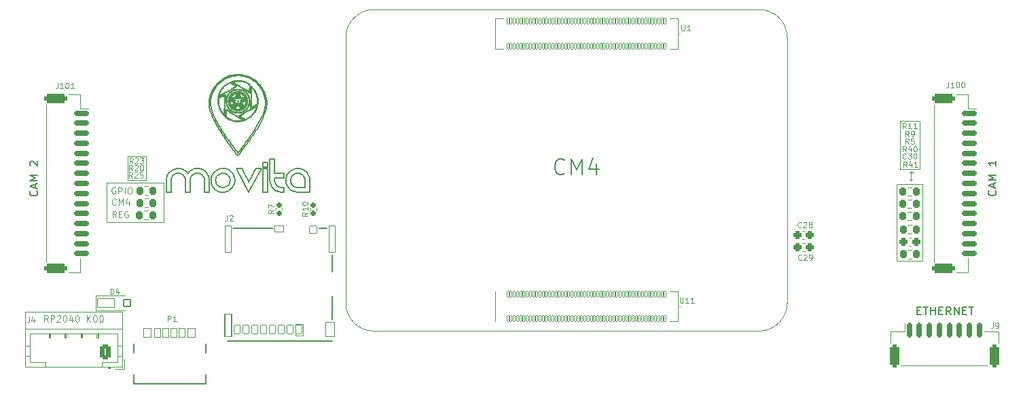
<source format=gto>
G04 #@! TF.GenerationSoftware,KiCad,Pcbnew,8.0.0-rc1*
G04 #@! TF.CreationDate,2024-11-04T15:19:59+03:00*
G04 #@! TF.ProjectId,Movita_CM4_CT_Router_V3.1,4d6f7669-7461-45f4-934d-345f43545f52,REV1*
G04 #@! TF.SameCoordinates,Original*
G04 #@! TF.FileFunction,Legend,Top*
G04 #@! TF.FilePolarity,Positive*
%FSLAX46Y46*%
G04 Gerber Fmt 4.6, Leading zero omitted, Abs format (unit mm)*
G04 Created by KiCad (PCBNEW 8.0.0-rc1) date 2024-11-04 15:19:59*
%MOMM*%
%LPD*%
G01*
G04 APERTURE LIST*
G04 Aperture macros list*
%AMRoundRect*
0 Rectangle with rounded corners*
0 $1 Rounding radius*
0 $2 $3 $4 $5 $6 $7 $8 $9 X,Y pos of 4 corners*
0 Add a 4 corners polygon primitive as box body*
4,1,4,$2,$3,$4,$5,$6,$7,$8,$9,$2,$3,0*
0 Add four circle primitives for the rounded corners*
1,1,$1+$1,$2,$3*
1,1,$1+$1,$4,$5*
1,1,$1+$1,$6,$7*
1,1,$1+$1,$8,$9*
0 Add four rect primitives between the rounded corners*
20,1,$1+$1,$2,$3,$4,$5,0*
20,1,$1+$1,$4,$5,$6,$7,0*
20,1,$1+$1,$6,$7,$8,$9,0*
20,1,$1+$1,$8,$9,$2,$3,0*%
G04 Aperture macros list end*
%ADD10C,0.150000*%
%ADD11C,0.120000*%
%ADD12C,0.100000*%
%ADD13C,0.127000*%
%ADD14RoundRect,0.250500X-0.250500X-0.275500X0.250500X-0.275500X0.250500X0.275500X-0.250500X0.275500X0*%
%ADD15RoundRect,0.051000X1.085000X-0.560000X1.085000X0.560000X-1.085000X0.560000X-1.085000X-0.560000X0*%
%ADD16RoundRect,0.051000X0.425000X-0.425000X0.425000X0.425000X-0.425000X0.425000X-0.425000X-0.425000X0*%
%ADD17RoundRect,0.271250X0.379750X0.654750X-0.379750X0.654750X-0.379750X-0.654750X0.379750X-0.654750X0*%
%ADD18O,1.302000X1.852000*%
%ADD19RoundRect,0.250500X0.250500X0.275500X-0.250500X0.275500X-0.250500X-0.275500X0.250500X-0.275500X0*%
%ADD20RoundRect,0.050000X-0.350000X-0.575000X0.350000X-0.575000X0.350000X0.575000X-0.350000X0.575000X0*%
%ADD21RoundRect,0.050000X-0.400000X-0.575000X0.400000X-0.575000X0.400000X0.575000X-0.400000X0.575000X0*%
%ADD22RoundRect,0.050000X-0.450000X-0.575000X0.450000X-0.575000X0.450000X0.575000X-0.450000X0.575000X0*%
%ADD23O,1.204000X2.204000*%
%ADD24RoundRect,0.225500X-0.225500X-0.300500X0.225500X-0.300500X0.225500X0.300500X-0.225500X0.300500X0*%
%ADD25RoundRect,0.225500X0.225500X0.300500X-0.225500X0.300500X-0.225500X-0.300500X0.225500X-0.300500X0*%
%ADD26RoundRect,0.051000X-0.100000X-0.350000X0.100000X-0.350000X0.100000X0.350000X-0.100000X0.350000X0*%
%ADD27RoundRect,0.051000X0.350000X0.550000X-0.350000X0.550000X-0.350000X-0.550000X0.350000X-0.550000X0*%
%ADD28RoundRect,0.051000X0.450000X0.465000X-0.450000X0.465000X-0.450000X-0.465000X0.450000X-0.465000X0*%
%ADD29RoundRect,0.051000X0.525000X0.390000X-0.525000X0.390000X-0.525000X-0.390000X0.525000X-0.390000X0*%
%ADD30RoundRect,0.051000X0.350000X1.665000X-0.350000X1.665000X-0.350000X-1.665000X0.350000X-1.665000X0*%
%ADD31RoundRect,0.051000X0.570000X0.915000X-0.570000X0.915000X-0.570000X-0.915000X0.570000X-0.915000X0*%
%ADD32RoundRect,0.051000X0.430000X1.400000X-0.430000X1.400000X-0.430000X-1.400000X0.430000X-1.400000X0*%
%ADD33RoundRect,0.160500X-0.210500X0.160500X-0.210500X-0.160500X0.210500X-0.160500X0.210500X0.160500X0*%
%ADD34RoundRect,0.175500X-0.175500X-0.725500X0.175500X-0.725500X0.175500X0.725500X-0.175500X0.725500X0*%
%ADD35RoundRect,0.275500X-0.275500X-1.125500X0.275500X-1.125500X0.275500X1.125500X-0.275500X1.125500X0*%
%ADD36RoundRect,0.175500X-0.725500X0.175500X-0.725500X-0.175500X0.725500X-0.175500X0.725500X0.175500X0*%
%ADD37RoundRect,0.275500X-1.125500X0.275500X-1.125500X-0.275500X1.125500X-0.275500X1.125500X0.275500X0*%
%ADD38C,1.902000*%
%ADD39C,1.102000*%
G04 APERTURE END LIST*
D10*
X137978312Y-99491352D02*
X138469533Y-98905938D01*
X141623115Y-106905030D02*
X142204265Y-106905030D01*
X137861038Y-99404366D02*
X137835419Y-99385754D01*
X137808270Y-96125384D02*
X137955813Y-96091085D01*
X138106237Y-96065362D01*
X138259302Y-96048520D01*
X138414771Y-96040863D01*
X138504599Y-96040728D01*
X138708592Y-98783566D02*
G75*
G02*
X138600592Y-98783566I-54000J0D01*
G01*
X138600592Y-98783566D02*
G75*
G02*
X138708592Y-98783566I54000J0D01*
G01*
X141843703Y-98140285D02*
X141776365Y-97873108D01*
X141689848Y-97614457D01*
X141585042Y-97365216D01*
X141462840Y-97126271D01*
X141324133Y-96898506D01*
X141169813Y-96682805D01*
X141000772Y-96480053D01*
X140817903Y-96291136D01*
X140622095Y-96116937D01*
X140414242Y-95958341D01*
X140195236Y-95816234D01*
X139965968Y-95691499D01*
X139727329Y-95585022D01*
X139480212Y-95497687D01*
X139225509Y-95430379D01*
X138964112Y-95383983D01*
X146820179Y-108384043D02*
X146806850Y-108226771D01*
X146766992Y-108078223D01*
X146750758Y-108037398D01*
X140122587Y-96681081D02*
X140236356Y-96789637D01*
X140343995Y-96905647D01*
X140445066Y-97029047D01*
X140539135Y-97159776D01*
X140625766Y-97297772D01*
X140652916Y-97345375D01*
X138449513Y-101069683D02*
X138290930Y-101062323D01*
X138134932Y-101045532D01*
X137981941Y-101019598D01*
X137832378Y-100984815D01*
X137686664Y-100941473D01*
X137545221Y-100889863D01*
X137364001Y-100808693D01*
X137192122Y-100714034D01*
X137030583Y-100606577D01*
X136954003Y-100548265D01*
X137867675Y-99446270D02*
X137793515Y-99392391D01*
X143597843Y-109212820D02*
X143745972Y-109260155D01*
X143901830Y-109280990D01*
X143947757Y-109282073D01*
X137455197Y-98145511D02*
X138126959Y-98363780D01*
X134243898Y-108037398D02*
X134173141Y-107903486D01*
X134074909Y-107776713D01*
X134052487Y-107753426D01*
X138589047Y-98536123D02*
G75*
G02*
X138375847Y-98536123I-106600J0D01*
G01*
X138375847Y-98536123D02*
G75*
G02*
X138589047Y-98536123I106600J0D01*
G01*
X141623115Y-106149950D02*
X142204265Y-106149950D01*
X138880820Y-98398682D02*
X139495519Y-98198955D01*
X142204265Y-109869805D02*
X141623115Y-109869805D01*
X138458177Y-101009864D02*
X138306132Y-101003000D01*
X138156446Y-100987460D01*
X137961176Y-100953686D01*
X137771638Y-100905551D01*
X137588713Y-100843664D01*
X137413278Y-100768632D01*
X137246215Y-100681063D01*
X137088401Y-100581565D01*
X137013239Y-100527533D01*
X138240943Y-98881472D02*
X137861038Y-99404366D01*
X137464673Y-98213430D02*
X137474458Y-98183313D01*
X142462037Y-108384043D02*
X142462037Y-105716362D01*
X139918192Y-97394082D02*
X139764375Y-97300852D01*
X139618365Y-97212353D01*
X139455552Y-97113670D01*
X139284457Y-97009967D01*
X139113601Y-96906409D01*
X138951504Y-96808160D01*
X138806687Y-96720385D01*
X138655204Y-96628569D01*
X138558161Y-96569750D01*
X142897931Y-109434036D02*
X142789792Y-109313696D01*
X142695785Y-109182865D01*
X142615916Y-109041538D01*
X142577655Y-108958485D01*
X137426870Y-98232691D02*
X137455197Y-98145511D01*
X139154506Y-100925208D02*
X139006962Y-100959506D01*
X138856538Y-100985228D01*
X138703473Y-101002070D01*
X138548004Y-101009728D01*
X138458177Y-101009864D01*
X135954147Y-109034488D02*
X136069209Y-109131308D01*
X136200749Y-109207879D01*
X136241347Y-109226067D01*
X133068645Y-107562015D02*
X132934626Y-107632754D01*
X132807918Y-107731002D01*
X132784672Y-107753426D01*
X136016860Y-109767434D02*
X135870070Y-109695420D01*
X135734243Y-109609267D01*
X135609379Y-109508979D01*
X135544747Y-109447158D01*
X133415289Y-107492762D02*
X133257894Y-107506008D01*
X133109415Y-107545775D01*
X133068645Y-107562015D01*
X138918945Y-98691529D02*
X139247158Y-99216779D01*
X138404616Y-100480842D02*
X138535179Y-100558210D01*
X138669066Y-100637548D01*
X138822629Y-100728546D01*
X138976325Y-100819622D01*
X139110607Y-100899194D01*
X139154506Y-100925208D01*
X135145534Y-99453416D02*
X135191952Y-99625399D01*
X135244944Y-99794806D01*
X135303864Y-99961865D01*
X135368065Y-100126807D01*
X135436902Y-100289861D01*
X135509728Y-100451255D01*
X135585898Y-100611220D01*
X135664766Y-100769985D01*
X137709755Y-99192216D02*
G75*
G02*
X137463723Y-98434947I825545J686816D01*
G01*
X138210078Y-98161239D02*
X138253283Y-97543383D01*
X139670885Y-98536123D02*
G75*
G02*
X137294009Y-98536123I-1188438J0D01*
G01*
X137294009Y-98536123D02*
G75*
G02*
X139670885Y-98536123I1188438J0D01*
G01*
X143947757Y-109869805D02*
X143797923Y-109862586D01*
X143634333Y-109837196D01*
X143475983Y-109793499D01*
X143373314Y-109754187D01*
X138843017Y-98379421D02*
X139514780Y-98161152D01*
X136241347Y-107575262D02*
X136105114Y-107646022D01*
X135985335Y-107737009D01*
X135954147Y-107766715D01*
X140008773Y-96502327D02*
X139973195Y-97490991D01*
X137609109Y-98011401D02*
G75*
G02*
X138253286Y-97543394I908391J-572999D01*
G01*
X130691434Y-107562015D02*
X130557484Y-107632754D01*
X130430870Y-107731002D01*
X130407629Y-107753426D01*
X138542623Y-98234754D02*
G75*
G02*
X138434623Y-98234754I-54000J0D01*
G01*
X138434623Y-98234754D02*
G75*
G02*
X138542623Y-98234754I54000J0D01*
G01*
X144558587Y-108958485D02*
X144502672Y-108803631D01*
X144465080Y-108643533D01*
X144445788Y-108478180D01*
X144442969Y-108384043D01*
X138867654Y-99473742D02*
G75*
G02*
X138071404Y-99473765I-398154J997642D01*
G01*
X142577655Y-108958485D02*
X142521740Y-108803631D01*
X142484148Y-108643533D01*
X142464856Y-108478180D01*
X142462037Y-108384043D01*
X131936109Y-109869805D02*
X131936109Y-108384043D01*
X140054685Y-108149705D02*
X140126823Y-108010714D01*
X140198440Y-107872239D01*
X140269555Y-107734256D01*
X140308852Y-107657804D01*
X138354917Y-96708894D02*
X136856243Y-97532095D01*
X146750758Y-108037398D02*
X146679997Y-107903486D01*
X146581738Y-107776713D01*
X146559305Y-107753426D01*
X142204265Y-106905030D02*
X142204265Y-109869805D01*
X141567276Y-100210634D02*
X141644071Y-100023521D01*
X141712559Y-99835486D01*
X141771972Y-99646347D01*
X141821542Y-99455923D01*
X141860498Y-99264035D01*
X141888075Y-99070501D01*
X141903501Y-98875142D01*
X141906010Y-98677776D01*
X141894833Y-98478223D01*
X141869201Y-98276302D01*
X141843703Y-98140285D01*
X137672803Y-96108040D02*
X137823701Y-96063791D01*
X137977987Y-96028578D01*
X138135390Y-96002748D01*
X138295639Y-95986646D01*
X138458463Y-95980619D01*
X138513263Y-95980909D01*
X140705130Y-106891783D02*
X141371925Y-106891783D01*
X136941427Y-109226067D02*
X137077535Y-109155243D01*
X137197383Y-109064229D01*
X137228627Y-109034488D01*
X138339186Y-98776211D02*
G75*
G02*
X138261186Y-98776211I-39000J0D01*
G01*
X138261186Y-98776211D02*
G75*
G02*
X138339186Y-98776211I39000J0D01*
G01*
X137474458Y-98183313D02*
X138089157Y-98383041D01*
X133993043Y-107020480D02*
X134138510Y-107092321D01*
X134274043Y-107177701D01*
X134399637Y-107276645D01*
X134465115Y-107337487D01*
D11*
X222393767Y-108454190D02*
X222173767Y-108234190D01*
D10*
X135544747Y-109447158D02*
X135438250Y-109326842D01*
X135345354Y-109196068D01*
X135266069Y-109054801D01*
X135227908Y-108971774D01*
X143947757Y-109282073D02*
X144238269Y-109282073D01*
X138318251Y-97474411D02*
X138264943Y-98236754D01*
X134966103Y-99537015D02*
X135014842Y-99717597D01*
X135070484Y-99895474D01*
X135132350Y-100070887D01*
X135199761Y-100244076D01*
X135272040Y-100415281D01*
X135348507Y-100584746D01*
X135428486Y-100752709D01*
X135511297Y-100919412D01*
X137555006Y-104146429D02*
X137665997Y-104296809D01*
X137777990Y-104446644D01*
X137890893Y-104596226D01*
X138004611Y-104745852D01*
X138119054Y-104895816D01*
X138234129Y-105046414D01*
X138349743Y-105197940D01*
X138465805Y-105350690D01*
X138699951Y-98236754D02*
X138646643Y-97474411D01*
X138742902Y-98830622D02*
X139158074Y-99402057D01*
X138536503Y-98144777D02*
X138444837Y-98144777D01*
X137611156Y-103843335D02*
X137716862Y-103986554D01*
X137823522Y-104129254D01*
X137931048Y-104271713D01*
X138039351Y-104414213D01*
X138148344Y-104557036D01*
X138257939Y-104700462D01*
X138368048Y-104844773D01*
X138478584Y-104990249D01*
X145928689Y-109869805D02*
X145778855Y-109862586D01*
X145615265Y-109837196D01*
X145456915Y-109793499D01*
X145354246Y-109754187D01*
X138037968Y-98666964D02*
X137463703Y-98434946D01*
X141623115Y-109869805D02*
X141623115Y-106905030D01*
X145928689Y-107492762D02*
X145770654Y-107506008D01*
X145620299Y-107545775D01*
X145578775Y-107562015D01*
X138444837Y-97438444D02*
X138536503Y-97438444D01*
X145578775Y-109212820D02*
X145726904Y-109260155D01*
X145882762Y-109280990D01*
X145928689Y-109282073D01*
X142462037Y-105716362D02*
X143049726Y-105716362D01*
X145928689Y-106905030D02*
X146081168Y-106912245D01*
X146246335Y-106937613D01*
X146404690Y-106981245D01*
X146506443Y-107020480D01*
X137418184Y-98351844D02*
X138126742Y-98638120D01*
X131675402Y-107753426D02*
X131560215Y-107656689D01*
X131428744Y-107580153D01*
X131388202Y-107562015D01*
X140596780Y-97367781D02*
X140666858Y-97502886D01*
X140728242Y-97640288D01*
X140796628Y-97826284D01*
X140849711Y-98014496D01*
X140887578Y-98203858D01*
X140910316Y-98393305D01*
X140918010Y-98581771D01*
X140910749Y-98768190D01*
X140901538Y-98860299D01*
X137516498Y-96183751D02*
X138354917Y-96708894D01*
X138824975Y-98448868D02*
G75*
G02*
X138716975Y-98448868I-54000J0D01*
G01*
X138716975Y-98448868D02*
G75*
G02*
X138824975Y-98448868I54000J0D01*
G01*
X140263767Y-102894190D02*
X140367667Y-102742459D01*
X140470030Y-102589728D01*
X140570797Y-102435972D01*
X140669910Y-102281165D01*
X140767309Y-102125281D01*
X140862937Y-101968294D01*
X140956735Y-101810178D01*
X141048644Y-101650908D01*
X141138607Y-101490457D01*
X141226565Y-101328801D01*
X141312459Y-101165913D01*
X141396231Y-101001767D01*
X141477823Y-100836338D01*
X141557176Y-100669600D01*
X141634232Y-100501526D01*
X141708933Y-100332093D01*
X136833302Y-97816073D02*
X136829470Y-97995896D01*
X136825833Y-98166594D01*
X136821778Y-98356936D01*
X136817516Y-98556960D01*
X136813260Y-98756705D01*
X136809222Y-98946209D01*
X136805615Y-99115512D01*
X136801842Y-99292609D01*
X136799425Y-99406061D01*
X140131537Y-99268666D02*
X140135368Y-99088841D01*
X140139005Y-98918143D01*
X140143060Y-98727802D01*
X140147322Y-98527778D01*
X140151578Y-98328033D01*
X140155616Y-98138529D01*
X140159223Y-97969225D01*
X140162996Y-97792129D01*
X140165414Y-97678678D01*
X146559305Y-107753426D02*
X146436000Y-107650550D01*
X146305331Y-107575463D01*
X146275375Y-107562015D01*
X136591303Y-106918151D02*
X136743849Y-106925386D01*
X136909010Y-106950803D01*
X137067370Y-106994480D01*
X137169183Y-107033727D01*
X140901538Y-98860299D02*
X140751371Y-98939938D01*
X140590839Y-99025076D01*
X140442824Y-99103575D01*
X140298363Y-99180190D01*
X140151478Y-99258090D01*
X140131537Y-99268666D01*
X135544747Y-107350775D02*
X135663521Y-107244274D01*
X135793257Y-107151345D01*
X135933956Y-107071972D01*
X136016860Y-107033727D01*
X141999180Y-98158227D02*
X141928475Y-97877691D01*
X141837632Y-97606108D01*
X141727586Y-97344405D01*
X141599274Y-97093513D01*
X141453631Y-96854359D01*
X141291596Y-96627873D01*
X141114103Y-96414984D01*
X140922090Y-96216621D01*
X140716492Y-96033712D01*
X140498247Y-95867187D01*
X140268290Y-95717974D01*
X140027558Y-95587002D01*
X139776988Y-95475201D01*
X139517515Y-95383499D01*
X139250077Y-95312826D01*
X138975610Y-95264110D01*
X145928689Y-109282073D02*
X146820179Y-109282073D01*
X138126959Y-98363780D02*
X138098633Y-98450960D01*
X140918801Y-99072522D02*
X140881672Y-99225328D01*
X140835024Y-99376550D01*
X140778692Y-99525780D01*
X140712512Y-99672611D01*
X140636320Y-99816634D01*
X140608670Y-99863948D01*
X146275375Y-107562015D02*
X146129334Y-107514662D01*
X145974521Y-107493842D01*
X145928689Y-107492762D01*
X133415289Y-106905030D02*
X133567768Y-106912245D01*
X133732935Y-106937613D01*
X133891290Y-106981245D01*
X133993043Y-107020480D01*
X137420080Y-108050646D02*
X137349319Y-107916754D01*
X137251060Y-107789992D01*
X137228627Y-107766715D01*
X138711612Y-97543382D02*
G75*
G02*
X139355771Y-98011409I-264412J-1041218D01*
G01*
X137504834Y-96245417D02*
X137648887Y-96335644D01*
X137802883Y-96432100D01*
X137944873Y-96521035D01*
X138083454Y-96607835D01*
X138224360Y-96696092D01*
X138243490Y-96708074D01*
X130216051Y-108037398D02*
X130168697Y-108183434D01*
X130147877Y-108338224D01*
X130146797Y-108384043D01*
X139421018Y-100836723D02*
X139276964Y-100746495D01*
X139122968Y-100650038D01*
X138980978Y-100561103D01*
X138842397Y-100474303D01*
X138701491Y-100386046D01*
X138682362Y-100374065D01*
X129991522Y-107337487D02*
X130110314Y-107230993D01*
X130240046Y-107138081D01*
X130380735Y-107058722D01*
X130463636Y-107020480D01*
X139158074Y-99402057D02*
X139083914Y-99455937D01*
X135664766Y-100769985D02*
X135769476Y-100973256D01*
X135877063Y-101174636D01*
X135987395Y-101374210D01*
X136100339Y-101572063D01*
X136215762Y-101768282D01*
X136333532Y-101962952D01*
X136453516Y-102156158D01*
X136575582Y-102347988D01*
X136699598Y-102538526D01*
X136825430Y-102727858D01*
X136952947Y-102916070D01*
X137082015Y-103103248D01*
X137212502Y-103289478D01*
X137344277Y-103474845D01*
X137477205Y-103659435D01*
X137611156Y-103843335D01*
X143373314Y-109754187D02*
X143226203Y-109682176D01*
X143089604Y-109596042D01*
X142963483Y-109495807D01*
X142897931Y-109434036D01*
X136015728Y-98183505D02*
X136889726Y-97719985D01*
X136856243Y-97532095D02*
X136007051Y-98009617D01*
X132593261Y-108037398D02*
X132545770Y-108183434D01*
X132524921Y-108338224D01*
X132523840Y-108384043D01*
X138208687Y-98820955D02*
X138282847Y-98874835D01*
X134465115Y-107337487D02*
X134573178Y-107456013D01*
X134667175Y-107584958D01*
X134747105Y-107724357D01*
X134785433Y-107806330D01*
X138960754Y-99491351D02*
G75*
G02*
X137978312Y-99491351I-491221J955449D01*
G01*
X138451831Y-100445890D02*
X139289973Y-100942551D01*
X140069609Y-99550044D02*
X140918801Y-99072522D01*
X138710646Y-98891139D02*
X138736265Y-98872526D01*
X138469533Y-98999280D02*
X138071413Y-99473741D01*
X136063301Y-98224439D02*
X136213467Y-98144799D01*
X136373998Y-98059662D01*
X136522013Y-97981163D01*
X136666475Y-97904548D01*
X136813360Y-97826648D01*
X136833302Y-97816073D01*
X141371925Y-106891783D02*
X139826929Y-109863223D01*
X137420080Y-108747246D02*
X137467415Y-108599045D01*
X137488250Y-108443251D01*
X137489333Y-108397332D01*
X138541602Y-105260411D02*
X138649708Y-105112880D01*
X138758105Y-104965554D01*
X138866719Y-104818376D01*
X138975471Y-104671294D01*
X139084288Y-104524254D01*
X139193092Y-104377201D01*
X139301808Y-104230083D01*
X139410360Y-104082846D01*
X139518672Y-103935435D01*
X139626669Y-103787797D01*
X139734273Y-103639878D01*
X139841411Y-103491625D01*
X139948004Y-103342983D01*
X140053979Y-103193899D01*
X140159258Y-103044319D01*
X140263767Y-102894190D01*
D11*
X222393767Y-107294190D02*
X222143767Y-107544190D01*
D10*
X138469533Y-98905938D02*
X138960754Y-99491352D01*
X142204265Y-106709972D02*
X141623115Y-106709972D01*
X145030658Y-108384043D02*
X145043921Y-108542111D01*
X145083712Y-108692474D01*
X145099954Y-108733999D01*
X135406534Y-97324797D02*
X135321746Y-97515841D01*
X135247819Y-97708646D01*
X135185312Y-97903212D01*
X135134787Y-98099539D01*
X135096804Y-98297627D01*
X135071924Y-98497476D01*
X135060707Y-98699088D01*
X135063714Y-98902463D01*
X135081505Y-99107601D01*
X135114641Y-99314502D01*
X135145534Y-99453416D01*
X139493212Y-98459510D02*
G75*
G02*
X139247180Y-99216797I-1071512J-70490D01*
G01*
X138867654Y-99473742D02*
X138469533Y-98999280D01*
X145354246Y-107020480D02*
X145509118Y-106964671D01*
X145669211Y-106927128D01*
X145834553Y-106907848D01*
X145928689Y-106905030D01*
X137013239Y-100527533D02*
X137019352Y-100357665D01*
X137025887Y-100176072D01*
X137031912Y-100008637D01*
X137037793Y-99845223D01*
X137043772Y-99679067D01*
X137044584Y-99656510D01*
X135511297Y-100919412D02*
X135621242Y-101132847D01*
X135734209Y-101344296D01*
X135850057Y-101553848D01*
X135968648Y-101761594D01*
X136089842Y-101967624D01*
X136213501Y-102172027D01*
X136339484Y-102374894D01*
X136467654Y-102576315D01*
X136597870Y-102776380D01*
X136729994Y-102975178D01*
X136863886Y-103172801D01*
X136999408Y-103369338D01*
X137136420Y-103564879D01*
X137274783Y-103759515D01*
X137414358Y-103953334D01*
X137555006Y-104146429D01*
X136989581Y-99559601D02*
X138451831Y-100445890D01*
X130463636Y-107020480D02*
X130618536Y-106964671D01*
X130778670Y-106927128D01*
X130943999Y-106907848D01*
X131038078Y-106905030D01*
X135954147Y-107766715D02*
X135851250Y-107890020D01*
X135776152Y-108020689D01*
X135762694Y-108050646D01*
X146975245Y-107337487D02*
X147081745Y-107456013D01*
X147174674Y-107584958D01*
X147254047Y-107724357D01*
X147292293Y-107806330D01*
X136889726Y-97719985D02*
X136853302Y-99429475D01*
X140608670Y-99863948D02*
X140523005Y-99997605D01*
X140430464Y-100124307D01*
X140331510Y-100243834D01*
X140226605Y-100355968D01*
X140116212Y-100460489D01*
X140000796Y-100557178D01*
X139839891Y-100673533D01*
X139671974Y-100775055D01*
X139498144Y-100861224D01*
X139409354Y-100898389D01*
X143310600Y-109021199D02*
X143425697Y-109118095D01*
X143557245Y-109194668D01*
X143597843Y-109212820D01*
X130146797Y-108384043D02*
X130146797Y-109869805D01*
X142204265Y-106149950D02*
X142204265Y-106709972D01*
X134313319Y-109869805D02*
X134313319Y-108384043D01*
X136853302Y-99429475D02*
X136842252Y-100403658D01*
X137721775Y-99286202D02*
G75*
G02*
X137418217Y-98351849I756925J762402D01*
G01*
X143119022Y-108733999D02*
X143189844Y-108870300D01*
X143280858Y-108990017D01*
X143310600Y-109021199D01*
X145354246Y-109754187D02*
X145207107Y-109682176D01*
X145070467Y-109596042D01*
X144944359Y-109495807D01*
X144878863Y-109434036D01*
X138550771Y-104904270D02*
X138653729Y-104763765D01*
X138756964Y-104623453D01*
X138860405Y-104483284D01*
X138963979Y-104343206D01*
X139067614Y-104203168D01*
X139171237Y-104063118D01*
X139274776Y-103923006D01*
X139378159Y-103782779D01*
X139481313Y-103642388D01*
X139584167Y-103501781D01*
X139686648Y-103360906D01*
X139788684Y-103219712D01*
X139890202Y-103078148D01*
X139991130Y-102936163D01*
X140091396Y-102793706D01*
X140190928Y-102650726D01*
X139289973Y-100942551D02*
X139139074Y-100986799D01*
X138984788Y-101022012D01*
X138827385Y-101047843D01*
X138667136Y-101063944D01*
X138504312Y-101069972D01*
X138449513Y-101069683D01*
X147407743Y-109869805D02*
X145928689Y-109869805D01*
X137709754Y-99192217D02*
X138037968Y-98666964D01*
X140075113Y-99364754D02*
X140111537Y-97655263D01*
X138558161Y-96569750D02*
X138427597Y-96492381D01*
X138293710Y-96413043D01*
X138140146Y-96322045D01*
X137986451Y-96230969D01*
X137852169Y-96151397D01*
X137808270Y-96125384D01*
X144238269Y-109869805D02*
X143947757Y-109869805D01*
X140540046Y-107205519D02*
X140612709Y-107063850D01*
X140685420Y-106927283D01*
X140705130Y-106891783D01*
X138871344Y-98466601D02*
X138843017Y-98379421D01*
X138288263Y-106891783D02*
X138948685Y-106891783D01*
X138646643Y-97474412D02*
G75*
G02*
X139441431Y-98051890I-164143J-1061588D01*
G01*
X130407629Y-107753426D02*
X130310754Y-107867994D01*
X130234190Y-107997597D01*
X130216051Y-108037398D01*
X144238269Y-109282073D02*
X144238269Y-109869805D01*
X138264943Y-98236754D02*
X137523438Y-98051877D01*
X139495519Y-98198955D02*
X139505304Y-98229071D01*
X138077023Y-108397332D02*
X138069807Y-108547165D01*
X138044445Y-108710755D01*
X138000830Y-108869104D01*
X137961615Y-108971774D01*
X134052487Y-107753426D02*
X133937320Y-107656689D01*
X133805835Y-107580153D01*
X133765245Y-107562015D01*
X136941427Y-107575262D02*
X136793141Y-107527789D01*
X136637231Y-107506924D01*
X136591303Y-107505841D01*
X136789538Y-100277668D02*
X136686062Y-100167040D01*
X136588574Y-100049631D01*
X136497456Y-99925493D01*
X136413089Y-99794682D01*
X136368059Y-99716958D01*
X139441456Y-98051877D02*
X138699951Y-98236754D01*
D11*
X124733767Y-105434190D02*
X126993767Y-105434190D01*
X126993767Y-108334190D01*
X124733767Y-108334190D01*
X124733767Y-105434190D01*
D10*
X144238269Y-107499301D02*
X144238269Y-108086991D01*
X138527623Y-98234754D02*
G75*
G02*
X138449623Y-98234754I-39000J0D01*
G01*
X138449623Y-98234754D02*
G75*
G02*
X138527623Y-98234754I39000J0D01*
G01*
X139622447Y-98536123D02*
G75*
G02*
X137342447Y-98536123I-1140000J0D01*
G01*
X137342447Y-98536123D02*
G75*
G02*
X139622447Y-98536123I1140000J0D01*
G01*
X137641297Y-107350775D02*
X137749359Y-107469282D01*
X137843356Y-107598226D01*
X137923287Y-107737618D01*
X137961615Y-107819577D01*
X131715060Y-107066803D02*
X131844464Y-107143141D01*
X131980364Y-107243870D01*
X132103496Y-107359019D01*
X132213884Y-107488622D01*
X132226788Y-107505841D01*
X146506443Y-107020480D02*
X146651644Y-107092321D01*
X146786391Y-107177701D01*
X146910695Y-107276645D01*
X146975245Y-107337487D01*
X137835419Y-99385754D02*
X138215324Y-98862859D01*
X138251651Y-98437403D02*
G75*
G02*
X138143651Y-98437403I-54000J0D01*
G01*
X138143651Y-98437403D02*
G75*
G02*
X138251651Y-98437403I54000J0D01*
G01*
X139907049Y-98536123D02*
G75*
G02*
X137057845Y-98536123I-1424602J0D01*
G01*
X137057845Y-98536123D02*
G75*
G02*
X139907049Y-98536123I1424602J0D01*
G01*
X139973195Y-97490991D02*
X138510945Y-96604702D01*
X138513263Y-95980909D02*
X138671845Y-95988268D01*
X138827843Y-96005059D01*
X138980834Y-96030993D01*
X139130398Y-96065776D01*
X139276112Y-96109118D01*
X139417555Y-96160728D01*
X139598774Y-96241898D01*
X139770653Y-96336557D01*
X139932192Y-96444014D01*
X140008773Y-96502327D01*
X135693273Y-108397332D02*
X135706546Y-108555311D01*
X135746411Y-108705673D01*
X135762694Y-108747246D01*
X138964112Y-95383983D02*
X138685762Y-95357600D01*
X138410140Y-95353385D01*
X138138261Y-95370806D01*
X137871140Y-95409332D01*
X137609793Y-95468434D01*
X137355236Y-95547581D01*
X137108484Y-95646242D01*
X136870554Y-95763886D01*
X136642459Y-95899984D01*
X136425217Y-96054004D01*
X136219842Y-96225417D01*
X136027351Y-96413691D01*
X135848759Y-96618297D01*
X135685082Y-96838703D01*
X135537335Y-97074380D01*
X135406534Y-97324797D01*
X134901051Y-108384043D02*
X134901051Y-109869805D01*
X137961615Y-107819577D02*
X138017396Y-107973353D01*
X138054928Y-108133987D01*
X138074204Y-108301410D01*
X138077023Y-108397332D01*
X137793515Y-99392391D02*
X138208687Y-98820955D01*
X145291532Y-107753426D02*
X145194711Y-107867994D01*
X145118141Y-107997597D01*
X145099954Y-108037398D01*
X137609109Y-98011401D02*
X138210078Y-98161239D01*
X145099954Y-108733999D02*
X145170776Y-108870300D01*
X145261790Y-108990017D01*
X145291532Y-109021199D01*
X138215324Y-98862859D02*
X138240943Y-98881472D01*
X145578775Y-107562015D02*
X145442455Y-107632754D01*
X145322715Y-107723732D01*
X145291532Y-107753426D01*
X131936109Y-108384043D02*
X131922848Y-108226771D01*
X131883082Y-108078223D01*
X131866855Y-108037398D01*
X136842252Y-100403658D02*
X136728482Y-100295100D01*
X136620843Y-100179091D01*
X136519772Y-100055691D01*
X136425703Y-99924962D01*
X136339072Y-99786966D01*
X136311923Y-99739364D01*
X140111537Y-97655263D02*
X140122587Y-96681081D01*
X129674684Y-107806330D02*
X129746420Y-107661109D01*
X129831750Y-107526361D01*
X129930681Y-107402050D01*
X129991522Y-107337487D01*
X132784672Y-107753426D02*
X132681730Y-107876752D01*
X132606705Y-108007432D01*
X132593261Y-108037398D01*
D11*
X222653767Y-107554190D02*
X222393767Y-107294190D01*
D10*
X140190928Y-102650726D02*
X140289881Y-102506220D01*
X140387370Y-102360762D01*
X140483338Y-102214328D01*
X140577731Y-102066893D01*
X140670492Y-101918431D01*
X140761566Y-101768920D01*
X140850897Y-101618333D01*
X140938430Y-101466648D01*
X141024109Y-101313838D01*
X141107878Y-101159879D01*
X141189682Y-101004748D01*
X141269465Y-100848419D01*
X141347172Y-100690867D01*
X141422746Y-100532069D01*
X141496132Y-100371999D01*
X141567276Y-100210634D01*
X135762694Y-108050646D02*
X135715220Y-108196685D01*
X135694355Y-108351499D01*
X135693273Y-108397332D01*
X135762694Y-108747246D02*
X135833454Y-108883494D01*
X135924441Y-109003297D01*
X135954147Y-109034488D01*
X138668742Y-98884502D02*
X138742902Y-98830622D01*
X141623115Y-106709972D02*
X141623115Y-106149950D01*
X129559066Y-109869805D02*
X129559066Y-108384043D01*
X138282847Y-98874835D02*
X137867675Y-99446270D01*
X138510945Y-96604702D02*
X137672803Y-96108040D01*
X138830171Y-98662684D02*
X139538729Y-98376408D01*
D11*
X122083767Y-108734190D02*
X129202958Y-108734190D01*
X129202958Y-113593382D01*
X122083767Y-113593382D01*
X122083767Y-108734190D01*
D10*
X138504599Y-96040728D02*
X138656643Y-96047591D01*
X138806329Y-96063131D01*
X139001599Y-96096905D01*
X139191137Y-96145040D01*
X139374062Y-96206927D01*
X139549497Y-96281959D01*
X139716560Y-96369528D01*
X139874374Y-96469026D01*
X139949537Y-96523059D01*
X136591303Y-109883052D02*
X136423106Y-109873915D01*
X136260081Y-109846492D01*
X136102267Y-109800760D01*
X136016860Y-109767434D01*
X132226788Y-107505841D02*
X132335694Y-107374428D01*
X132457814Y-107257475D01*
X132593170Y-107154944D01*
X132722484Y-107077035D01*
X132741787Y-107066803D01*
X144558587Y-107806330D02*
X144630599Y-107661109D01*
X144716753Y-107526361D01*
X144817041Y-107402050D01*
X144878863Y-107337487D01*
X132523840Y-109869805D02*
X131936109Y-109869805D01*
X139116170Y-99395420D02*
X139090551Y-99414033D01*
X142204265Y-109869805D02*
X141623115Y-109869805D01*
X131866855Y-108037398D02*
X131796094Y-107903486D01*
X131697835Y-107776713D01*
X131675402Y-107753426D01*
X140561198Y-99826535D02*
X140479231Y-99954777D01*
X140390930Y-100076639D01*
X140264046Y-100228861D01*
X140127591Y-100368938D01*
X139982532Y-100496413D01*
X139829835Y-100610828D01*
X139670466Y-100711724D01*
X139505392Y-100798646D01*
X139421018Y-100836723D01*
X136241347Y-109226067D02*
X136389604Y-109273436D01*
X136545417Y-109294279D01*
X136591303Y-109295362D01*
X140165414Y-97678678D02*
X140167135Y-97526922D01*
X140168900Y-97371303D01*
X140170925Y-97192814D01*
X140172951Y-97014172D01*
X140174722Y-96858095D01*
X140175301Y-96807071D01*
X138975610Y-95264110D02*
X138683343Y-95236408D01*
X138393940Y-95231982D01*
X138108466Y-95250274D01*
X137827990Y-95290726D01*
X137553575Y-95352783D01*
X137286290Y-95435887D01*
X137027201Y-95539481D01*
X136777374Y-95663008D01*
X136537875Y-95805910D01*
X136309770Y-95967632D01*
X136094127Y-96147615D01*
X135892011Y-96345303D01*
X135704490Y-96560139D01*
X135532628Y-96791566D01*
X135377494Y-97039026D01*
X135240153Y-97301964D01*
X138536503Y-97438444D02*
X138536503Y-98144777D01*
X136368059Y-99716958D02*
X136297980Y-99581851D01*
X136236596Y-99444450D01*
X136168210Y-99258453D01*
X136115127Y-99070241D01*
X136077260Y-98880879D01*
X136054522Y-98691432D01*
X136046828Y-98502966D01*
X136054089Y-98316547D01*
X136063301Y-98224439D01*
X137523438Y-98051877D02*
G75*
G02*
X138318245Y-97474373I959262J-484523D01*
G01*
X137228627Y-107766715D02*
X137113440Y-107669957D01*
X136981969Y-107593413D01*
X136941427Y-107575262D01*
X135227908Y-107819577D02*
X135299626Y-107674376D01*
X135384961Y-107539629D01*
X135483903Y-107415324D01*
X135544747Y-107350775D01*
X136849582Y-97473729D02*
X136717296Y-97548116D01*
X136581644Y-97624396D01*
X136426056Y-97711887D01*
X136270334Y-97799453D01*
X136134282Y-97875959D01*
X136089805Y-97900970D01*
X138693592Y-98783566D02*
G75*
G02*
X138615592Y-98783566I-39000J0D01*
G01*
X138615592Y-98783566D02*
G75*
G02*
X138693592Y-98783566I39000J0D01*
G01*
D11*
X220533767Y-108864190D02*
X223813767Y-108864190D01*
X223813767Y-118474189D01*
X220533767Y-118474189D01*
X220533767Y-108864190D01*
D10*
X136311923Y-99739364D02*
X136239004Y-99598347D01*
X136175547Y-99454853D01*
X136121511Y-99309392D01*
X136076852Y-99162475D01*
X136041530Y-99014612D01*
X136015504Y-98866314D01*
X135995189Y-98668788D01*
X135991227Y-98472608D01*
X136003518Y-98278981D01*
X136015728Y-98183505D01*
X139543106Y-98248332D02*
X138871344Y-98466601D01*
X139826929Y-109863223D02*
X138288263Y-106891783D01*
X138570935Y-100373245D02*
X140069609Y-99550044D01*
X143049726Y-108384043D02*
X143062989Y-108542111D01*
X143102780Y-108692474D01*
X143119022Y-108733999D01*
X146820179Y-109282073D02*
X146820179Y-108384043D01*
X137641297Y-109447158D02*
X137521153Y-109555296D01*
X137391153Y-109649303D01*
X137251230Y-109729172D01*
X137169183Y-109767434D01*
X136799425Y-99406061D02*
X136797703Y-99557816D01*
X136795938Y-99713435D01*
X136793913Y-99891924D01*
X136791887Y-100070566D01*
X136790116Y-100226643D01*
X136789538Y-100277668D01*
X138948685Y-106891783D02*
X139021694Y-107032493D01*
X139095163Y-107173686D01*
X139159925Y-107297871D01*
X137169183Y-109767434D02*
X137015337Y-109823347D01*
X136854714Y-109860939D01*
X136687278Y-109880232D01*
X136591303Y-109883052D01*
X143049726Y-107499301D02*
X144238269Y-107499301D01*
X139409354Y-100898389D02*
X138570935Y-100373245D01*
X139964726Y-98536123D02*
G75*
G02*
X137000168Y-98536123I-1482279J0D01*
G01*
X137000168Y-98536123D02*
G75*
G02*
X139964726Y-98536123I1482279J0D01*
G01*
X141708933Y-100332093D02*
X141789567Y-100135625D01*
X141861480Y-99938188D01*
X141923864Y-99739592D01*
X141975911Y-99539647D01*
X142016816Y-99338164D01*
X142045771Y-99134954D01*
X142061969Y-98929826D01*
X142064603Y-98722592D01*
X142052866Y-98513062D01*
X142025953Y-98301045D01*
X141999180Y-98158227D01*
X130146797Y-109869805D02*
X129559066Y-109869805D01*
X136364655Y-97255604D02*
X136446621Y-97127361D01*
X136534921Y-97005499D01*
X136661805Y-96853277D01*
X136798260Y-96713200D01*
X136943319Y-96585725D01*
X137096016Y-96471311D01*
X137255385Y-96370414D01*
X137420459Y-96283493D01*
X137504834Y-96245417D01*
X136007051Y-98009617D02*
X136044179Y-97856810D01*
X136090827Y-97705588D01*
X136147159Y-97556358D01*
X136213339Y-97409527D01*
X136289531Y-97265504D01*
X136317182Y-97218191D01*
X141623115Y-109869805D02*
X141623115Y-106905030D01*
X138465805Y-105350690D02*
X138541602Y-105260411D01*
X133765245Y-107562015D02*
X133616987Y-107514662D01*
X133461174Y-107493842D01*
X133415289Y-107492762D01*
X139090551Y-99414033D02*
X138710646Y-98891139D01*
X140652916Y-97345375D02*
X140725834Y-97486391D01*
X140789290Y-97629884D01*
X140843327Y-97775345D01*
X140887986Y-97922263D01*
X140923307Y-98070126D01*
X140949333Y-98218424D01*
X140969648Y-98415949D01*
X140973610Y-98612130D01*
X140961319Y-98805756D01*
X140949110Y-98901233D01*
X138098633Y-98450960D02*
X137426870Y-98232691D01*
X142204265Y-106905030D02*
X142204265Y-109869805D01*
X139826929Y-108588743D02*
X139898505Y-108450523D01*
X139969688Y-108313315D01*
X140046668Y-108165126D01*
X140054685Y-108149705D01*
X131038078Y-106905030D02*
X131196914Y-106912764D01*
X131349732Y-106935976D01*
X131496532Y-106974675D01*
X131637314Y-107028871D01*
X131715060Y-107066803D01*
X137044584Y-99656510D02*
X137198400Y-99749739D01*
X137344411Y-99838238D01*
X137507223Y-99936921D01*
X137678318Y-100040624D01*
X137849175Y-100144182D01*
X138011272Y-100242431D01*
X138156089Y-100330206D01*
X138307572Y-100422022D01*
X138404616Y-100480842D01*
X141623115Y-106905030D02*
X142204265Y-106905030D01*
X139159925Y-107297871D02*
X139234207Y-107440962D01*
X139308476Y-107585297D01*
X139382816Y-107730870D01*
X139397700Y-107760133D01*
X137489333Y-108397332D02*
X137476073Y-108240026D01*
X137436307Y-108091471D01*
X137420080Y-108050646D01*
X136954003Y-100548265D02*
X136989581Y-99559601D01*
X138809975Y-98448868D02*
G75*
G02*
X138731975Y-98448868I-39000J0D01*
G01*
X138731975Y-98448868D02*
G75*
G02*
X138809975Y-98448868I39000J0D01*
G01*
X129559066Y-108384043D02*
X129566284Y-108231611D01*
X129591674Y-108066500D01*
X129635371Y-107908144D01*
X129674684Y-107806330D01*
D11*
X222393767Y-108454190D02*
X222633767Y-108214190D01*
D10*
X138478584Y-104990249D02*
X138550771Y-104904270D01*
X140308852Y-107657804D02*
X140377866Y-107523204D01*
X140450864Y-107380430D01*
X140520033Y-107244808D01*
X140540046Y-107205519D01*
X138089157Y-98383041D02*
X138079372Y-98413157D01*
X131038078Y-107492762D02*
X130880737Y-107506008D01*
X130732252Y-107545775D01*
X130691434Y-107562015D01*
X143049726Y-108086991D02*
X143049726Y-108384043D01*
X147292293Y-107806330D02*
X147348101Y-107960178D01*
X147385645Y-108120786D01*
X147404924Y-108288148D01*
X147407743Y-108384043D01*
X134313319Y-108384043D02*
X134300045Y-108226771D01*
X134260180Y-108078223D01*
X134243898Y-108037398D01*
X135227908Y-108971774D02*
X135171994Y-108816902D01*
X135134402Y-108656809D01*
X135115109Y-108491467D01*
X135112290Y-108397332D01*
X138736265Y-98872526D02*
X139116170Y-99395420D01*
X139083914Y-99455937D02*
X138668742Y-98884502D01*
X135112290Y-108397332D02*
X135119508Y-108244852D01*
X135144898Y-108079684D01*
X135188595Y-107921329D01*
X135227908Y-107819577D01*
X140836048Y-99181169D02*
X140791979Y-99326094D01*
X140739043Y-99469226D01*
X140677096Y-99610205D01*
X140605994Y-99748674D01*
X140561198Y-99826535D01*
X144442969Y-108384043D02*
X144450187Y-108231611D01*
X144475577Y-108066500D01*
X144519274Y-107908144D01*
X144558587Y-107806330D01*
X134785433Y-107806330D02*
X134841273Y-107960178D01*
X134878884Y-108120786D01*
X134898221Y-108288148D01*
X134901051Y-108384043D01*
X138474837Y-98114777D02*
X138474837Y-97468444D01*
X139505304Y-98229071D02*
X138890605Y-98428799D01*
X138444837Y-98144777D02*
X138444837Y-97438444D01*
X138572447Y-98536123D02*
G75*
G02*
X138392447Y-98536123I-90000J0D01*
G01*
X138392447Y-98536123D02*
G75*
G02*
X138572447Y-98536123I90000J0D01*
G01*
X138754816Y-98161239D02*
X139355783Y-98011401D01*
X132523840Y-108384043D02*
X132523840Y-109869805D01*
D11*
X221013767Y-100964190D02*
X223433767Y-100964190D01*
X223433767Y-107024189D01*
X221013767Y-107024189D01*
X221013767Y-100964190D01*
D10*
X139397700Y-107760133D02*
X139471567Y-107905018D01*
X139544852Y-108046703D01*
X139617564Y-108185159D01*
X139632038Y-108212460D01*
X140949110Y-98901233D02*
X140075113Y-99364754D01*
X140076270Y-99608410D02*
X140208555Y-99534022D01*
X140344207Y-99457742D01*
X140499795Y-99370251D01*
X140655517Y-99282685D01*
X140791570Y-99206179D01*
X140836048Y-99181169D01*
X138506503Y-98114777D02*
X138474837Y-98114777D01*
X138890605Y-98428799D02*
X138880820Y-98398682D01*
X138126742Y-98638120D02*
X137721775Y-99286202D01*
X147407743Y-108384043D02*
X147407743Y-109869805D01*
X138682362Y-100374065D02*
X138840009Y-100287471D01*
X138989657Y-100205271D01*
X139156525Y-100113613D01*
X139331881Y-100017292D01*
X139506993Y-99921105D01*
X139673128Y-99829850D01*
X139821552Y-99748322D01*
X139976809Y-99663042D01*
X140076270Y-99608410D01*
X144238269Y-108086991D02*
X143049726Y-108086991D01*
X137169183Y-107033727D02*
X137314647Y-107105577D01*
X137450152Y-107190972D01*
X137575763Y-107289931D01*
X137641297Y-107350775D01*
X140175301Y-96807071D02*
X140278776Y-96917697D01*
X140376264Y-97035107D01*
X140467382Y-97159244D01*
X140551749Y-97290056D01*
X140596780Y-97367781D01*
X131388202Y-107562015D02*
X131239860Y-107514662D01*
X131084011Y-107493842D01*
X131038078Y-107492762D01*
X139538729Y-98376408D02*
G75*
G02*
X139235164Y-99310793I-1060729J-171892D01*
G01*
D11*
X111923767Y-124824190D02*
X124033767Y-124824190D01*
X124033767Y-131624189D01*
X111923767Y-131624189D01*
X111923767Y-124824190D01*
D10*
X136089805Y-97900970D02*
X136133872Y-97756044D01*
X136186808Y-97612912D01*
X136248755Y-97471933D01*
X136319858Y-97333464D01*
X136364655Y-97255604D01*
X144878863Y-107337487D02*
X144999104Y-107230993D01*
X145129897Y-107138081D01*
X145271208Y-107058722D01*
X145354246Y-107020480D01*
D11*
X222393767Y-107294190D02*
X222393767Y-108454190D01*
D10*
X138079372Y-98413157D02*
X137464673Y-98213430D01*
X138474837Y-97468444D02*
X138506503Y-97468444D01*
X143049726Y-105716362D02*
X143049726Y-107499301D01*
X132741787Y-107066803D02*
X132880041Y-107003746D01*
X133023382Y-106956193D01*
X133171803Y-106924132D01*
X133325300Y-106907555D01*
X133415289Y-106905030D01*
X137228627Y-109034488D02*
X137325384Y-108919407D01*
X137401928Y-108787845D01*
X137420080Y-108747246D01*
X139632038Y-108212460D02*
X139707168Y-108355208D01*
X139779419Y-108494931D01*
X139826929Y-108588743D01*
X138506503Y-97468444D02*
X138506503Y-98114777D01*
X138236651Y-98437403D02*
G75*
G02*
X138158651Y-98437403I-39000J0D01*
G01*
X138158651Y-98437403D02*
G75*
G02*
X138236651Y-98437403I39000J0D01*
G01*
X145099954Y-108037398D02*
X145052583Y-108183434D01*
X145031740Y-108338224D01*
X145030658Y-108384043D01*
X138711612Y-97543381D02*
X138754816Y-98161239D01*
X136591303Y-107505841D02*
X136433357Y-107519115D01*
X136282926Y-107558979D01*
X136241347Y-107575262D01*
X138354186Y-98776211D02*
G75*
G02*
X138246186Y-98776211I-54000J0D01*
G01*
X138246186Y-98776211D02*
G75*
G02*
X138354186Y-98776211I54000J0D01*
G01*
X145291532Y-109021199D02*
X145406557Y-109118095D01*
X145538127Y-109194668D01*
X145578775Y-109212820D01*
X139514780Y-98161152D02*
X139543106Y-98248332D01*
X138243490Y-96708074D02*
X138085842Y-96794667D01*
X137936194Y-96876867D01*
X137769326Y-96968525D01*
X137593970Y-97064846D01*
X137418858Y-97161033D01*
X137252723Y-97252288D01*
X137104299Y-97333816D01*
X136949042Y-97419096D01*
X136849582Y-97473729D01*
X139493212Y-98459510D02*
X138918945Y-98691529D01*
X136016860Y-107033727D02*
X136171761Y-106977894D01*
X136331895Y-106940300D01*
X136497224Y-106920977D01*
X136591303Y-106918151D01*
X139949537Y-96523059D02*
X139943423Y-96692925D01*
X139936888Y-96874518D01*
X139930863Y-97041953D01*
X139924982Y-97205368D01*
X139919003Y-97371524D01*
X139918192Y-97394082D01*
X134901051Y-109869805D02*
X134313319Y-109869805D01*
X139235138Y-99310767D02*
X138830171Y-98662684D01*
X137961615Y-108971774D02*
X137889499Y-109118884D01*
X137803316Y-109255484D01*
X137703068Y-109381605D01*
X137641297Y-109447158D01*
X136317182Y-97218191D02*
X136402846Y-97084533D01*
X136495387Y-96957831D01*
X136594342Y-96838304D01*
X136699247Y-96726170D01*
X136809639Y-96621649D01*
X136925056Y-96524961D01*
X137085960Y-96408605D01*
X137253877Y-96307083D01*
X137427707Y-96220915D01*
X137516498Y-96183751D01*
X144878863Y-109434036D02*
X144770724Y-109313696D01*
X144676717Y-109182865D01*
X144596848Y-109041538D01*
X144558587Y-108958485D01*
X136591303Y-109295362D02*
X136749368Y-109282098D01*
X136899845Y-109242308D01*
X136941427Y-109226067D01*
X135240153Y-97301964D02*
X135151126Y-97502561D01*
X135073502Y-97705006D01*
X135007870Y-97909300D01*
X134954819Y-98115443D01*
X134914937Y-98323436D01*
X134888813Y-98533278D01*
X134877034Y-98744971D01*
X134880191Y-98958514D01*
X134898872Y-99173908D01*
X134933665Y-99391155D01*
X134966103Y-99537015D01*
X223150546Y-124630199D02*
X223483879Y-124630199D01*
X223626736Y-125154009D02*
X223150546Y-125154009D01*
X223150546Y-125154009D02*
X223150546Y-124154009D01*
X223150546Y-124154009D02*
X223626736Y-124154009D01*
X223912451Y-124154009D02*
X224483879Y-124154009D01*
X224198165Y-125154009D02*
X224198165Y-124154009D01*
X224817213Y-125154009D02*
X224817213Y-124154009D01*
X224817213Y-124630199D02*
X225388641Y-124630199D01*
X225388641Y-125154009D02*
X225388641Y-124154009D01*
X225864832Y-124630199D02*
X226198165Y-124630199D01*
X226341022Y-125154009D02*
X225864832Y-125154009D01*
X225864832Y-125154009D02*
X225864832Y-124154009D01*
X225864832Y-124154009D02*
X226341022Y-124154009D01*
X227341022Y-125154009D02*
X227007689Y-124677818D01*
X226769594Y-125154009D02*
X226769594Y-124154009D01*
X226769594Y-124154009D02*
X227150546Y-124154009D01*
X227150546Y-124154009D02*
X227245784Y-124201628D01*
X227245784Y-124201628D02*
X227293403Y-124249247D01*
X227293403Y-124249247D02*
X227341022Y-124344485D01*
X227341022Y-124344485D02*
X227341022Y-124487342D01*
X227341022Y-124487342D02*
X227293403Y-124582580D01*
X227293403Y-124582580D02*
X227245784Y-124630199D01*
X227245784Y-124630199D02*
X227150546Y-124677818D01*
X227150546Y-124677818D02*
X226769594Y-124677818D01*
X227769594Y-125154009D02*
X227769594Y-124154009D01*
X227769594Y-124154009D02*
X228341022Y-125154009D01*
X228341022Y-125154009D02*
X228341022Y-124154009D01*
X228817213Y-124630199D02*
X229150546Y-124630199D01*
X229293403Y-125154009D02*
X228817213Y-125154009D01*
X228817213Y-125154009D02*
X228817213Y-124154009D01*
X228817213Y-124154009D02*
X229293403Y-124154009D01*
X229579118Y-124154009D02*
X230150546Y-124154009D01*
X229864832Y-125154009D02*
X229864832Y-124154009D01*
D12*
X123287175Y-113011085D02*
X123020508Y-112630132D01*
X122830032Y-113011085D02*
X122830032Y-112211085D01*
X122830032Y-112211085D02*
X123134794Y-112211085D01*
X123134794Y-112211085D02*
X123210984Y-112249180D01*
X123210984Y-112249180D02*
X123249079Y-112287275D01*
X123249079Y-112287275D02*
X123287175Y-112363466D01*
X123287175Y-112363466D02*
X123287175Y-112477751D01*
X123287175Y-112477751D02*
X123249079Y-112553942D01*
X123249079Y-112553942D02*
X123210984Y-112592037D01*
X123210984Y-112592037D02*
X123134794Y-112630132D01*
X123134794Y-112630132D02*
X122830032Y-112630132D01*
X123630032Y-112592037D02*
X123896698Y-112592037D01*
X124010984Y-113011085D02*
X123630032Y-113011085D01*
X123630032Y-113011085D02*
X123630032Y-112211085D01*
X123630032Y-112211085D02*
X124010984Y-112211085D01*
X124772889Y-112249180D02*
X124696699Y-112211085D01*
X124696699Y-112211085D02*
X124582413Y-112211085D01*
X124582413Y-112211085D02*
X124468127Y-112249180D01*
X124468127Y-112249180D02*
X124391937Y-112325370D01*
X124391937Y-112325370D02*
X124353842Y-112401561D01*
X124353842Y-112401561D02*
X124315746Y-112553942D01*
X124315746Y-112553942D02*
X124315746Y-112668228D01*
X124315746Y-112668228D02*
X124353842Y-112820609D01*
X124353842Y-112820609D02*
X124391937Y-112896799D01*
X124391937Y-112896799D02*
X124468127Y-112972990D01*
X124468127Y-112972990D02*
X124582413Y-113011085D01*
X124582413Y-113011085D02*
X124658604Y-113011085D01*
X124658604Y-113011085D02*
X124772889Y-112972990D01*
X124772889Y-112972990D02*
X124810985Y-112934894D01*
X124810985Y-112934894D02*
X124810985Y-112668228D01*
X124810985Y-112668228D02*
X124658604Y-112668228D01*
D10*
X179191498Y-107511151D02*
X179096260Y-107606390D01*
X179096260Y-107606390D02*
X178810546Y-107701628D01*
X178810546Y-107701628D02*
X178620070Y-107701628D01*
X178620070Y-107701628D02*
X178334355Y-107606390D01*
X178334355Y-107606390D02*
X178143879Y-107415913D01*
X178143879Y-107415913D02*
X178048641Y-107225437D01*
X178048641Y-107225437D02*
X177953403Y-106844485D01*
X177953403Y-106844485D02*
X177953403Y-106558770D01*
X177953403Y-106558770D02*
X178048641Y-106177818D01*
X178048641Y-106177818D02*
X178143879Y-105987342D01*
X178143879Y-105987342D02*
X178334355Y-105796866D01*
X178334355Y-105796866D02*
X178620070Y-105701628D01*
X178620070Y-105701628D02*
X178810546Y-105701628D01*
X178810546Y-105701628D02*
X179096260Y-105796866D01*
X179096260Y-105796866D02*
X179191498Y-105892104D01*
X180048641Y-107701628D02*
X180048641Y-105701628D01*
X180048641Y-105701628D02*
X180715308Y-107130199D01*
X180715308Y-107130199D02*
X181381974Y-105701628D01*
X181381974Y-105701628D02*
X181381974Y-107701628D01*
X183191498Y-106368294D02*
X183191498Y-107701628D01*
X182715307Y-105606390D02*
X182239117Y-107034961D01*
X182239117Y-107034961D02*
X183477212Y-107034961D01*
D12*
X123199079Y-109299180D02*
X123122889Y-109261085D01*
X123122889Y-109261085D02*
X123008603Y-109261085D01*
X123008603Y-109261085D02*
X122894317Y-109299180D01*
X122894317Y-109299180D02*
X122818127Y-109375370D01*
X122818127Y-109375370D02*
X122780032Y-109451561D01*
X122780032Y-109451561D02*
X122741936Y-109603942D01*
X122741936Y-109603942D02*
X122741936Y-109718228D01*
X122741936Y-109718228D02*
X122780032Y-109870609D01*
X122780032Y-109870609D02*
X122818127Y-109946799D01*
X122818127Y-109946799D02*
X122894317Y-110022990D01*
X122894317Y-110022990D02*
X123008603Y-110061085D01*
X123008603Y-110061085D02*
X123084794Y-110061085D01*
X123084794Y-110061085D02*
X123199079Y-110022990D01*
X123199079Y-110022990D02*
X123237175Y-109984894D01*
X123237175Y-109984894D02*
X123237175Y-109718228D01*
X123237175Y-109718228D02*
X123084794Y-109718228D01*
X123580032Y-110061085D02*
X123580032Y-109261085D01*
X123580032Y-109261085D02*
X123884794Y-109261085D01*
X123884794Y-109261085D02*
X123960984Y-109299180D01*
X123960984Y-109299180D02*
X123999079Y-109337275D01*
X123999079Y-109337275D02*
X124037175Y-109413466D01*
X124037175Y-109413466D02*
X124037175Y-109527751D01*
X124037175Y-109527751D02*
X123999079Y-109603942D01*
X123999079Y-109603942D02*
X123960984Y-109642037D01*
X123960984Y-109642037D02*
X123884794Y-109680132D01*
X123884794Y-109680132D02*
X123580032Y-109680132D01*
X124380032Y-110061085D02*
X124380032Y-109261085D01*
X124913365Y-109261085D02*
X125065746Y-109261085D01*
X125065746Y-109261085D02*
X125141936Y-109299180D01*
X125141936Y-109299180D02*
X125218127Y-109375370D01*
X125218127Y-109375370D02*
X125256222Y-109527751D01*
X125256222Y-109527751D02*
X125256222Y-109794418D01*
X125256222Y-109794418D02*
X125218127Y-109946799D01*
X125218127Y-109946799D02*
X125141936Y-110022990D01*
X125141936Y-110022990D02*
X125065746Y-110061085D01*
X125065746Y-110061085D02*
X124913365Y-110061085D01*
X124913365Y-110061085D02*
X124837174Y-110022990D01*
X124837174Y-110022990D02*
X124760984Y-109946799D01*
X124760984Y-109946799D02*
X124722888Y-109794418D01*
X124722888Y-109794418D02*
X124722888Y-109527751D01*
X124722888Y-109527751D02*
X124760984Y-109375370D01*
X124760984Y-109375370D02*
X124837174Y-109299180D01*
X124837174Y-109299180D02*
X124913365Y-109261085D01*
D10*
X113408347Y-109715982D02*
X113455967Y-109763601D01*
X113455967Y-109763601D02*
X113503586Y-109906458D01*
X113503586Y-109906458D02*
X113503586Y-110001696D01*
X113503586Y-110001696D02*
X113455967Y-110144553D01*
X113455967Y-110144553D02*
X113360728Y-110239791D01*
X113360728Y-110239791D02*
X113265490Y-110287410D01*
X113265490Y-110287410D02*
X113075014Y-110335029D01*
X113075014Y-110335029D02*
X112932157Y-110335029D01*
X112932157Y-110335029D02*
X112741681Y-110287410D01*
X112741681Y-110287410D02*
X112646443Y-110239791D01*
X112646443Y-110239791D02*
X112551205Y-110144553D01*
X112551205Y-110144553D02*
X112503586Y-110001696D01*
X112503586Y-110001696D02*
X112503586Y-109906458D01*
X112503586Y-109906458D02*
X112551205Y-109763601D01*
X112551205Y-109763601D02*
X112598824Y-109715982D01*
X113217871Y-109335029D02*
X113217871Y-108858839D01*
X113503586Y-109430267D02*
X112503586Y-109096934D01*
X112503586Y-109096934D02*
X113503586Y-108763601D01*
X113503586Y-108430267D02*
X112503586Y-108430267D01*
X112503586Y-108430267D02*
X113217871Y-108096934D01*
X113217871Y-108096934D02*
X112503586Y-107763601D01*
X112503586Y-107763601D02*
X113503586Y-107763601D01*
X112598824Y-106573124D02*
X112551205Y-106525505D01*
X112551205Y-106525505D02*
X112503586Y-106430267D01*
X112503586Y-106430267D02*
X112503586Y-106192172D01*
X112503586Y-106192172D02*
X112551205Y-106096934D01*
X112551205Y-106096934D02*
X112598824Y-106049315D01*
X112598824Y-106049315D02*
X112694062Y-106001696D01*
X112694062Y-106001696D02*
X112789300Y-106001696D01*
X112789300Y-106001696D02*
X112932157Y-106049315D01*
X112932157Y-106049315D02*
X113503586Y-106620743D01*
X113503586Y-106620743D02*
X113503586Y-106001696D01*
D12*
X123277175Y-111404894D02*
X123239079Y-111442990D01*
X123239079Y-111442990D02*
X123124794Y-111481085D01*
X123124794Y-111481085D02*
X123048603Y-111481085D01*
X123048603Y-111481085D02*
X122934317Y-111442990D01*
X122934317Y-111442990D02*
X122858127Y-111366799D01*
X122858127Y-111366799D02*
X122820032Y-111290609D01*
X122820032Y-111290609D02*
X122781936Y-111138228D01*
X122781936Y-111138228D02*
X122781936Y-111023942D01*
X122781936Y-111023942D02*
X122820032Y-110871561D01*
X122820032Y-110871561D02*
X122858127Y-110795370D01*
X122858127Y-110795370D02*
X122934317Y-110719180D01*
X122934317Y-110719180D02*
X123048603Y-110681085D01*
X123048603Y-110681085D02*
X123124794Y-110681085D01*
X123124794Y-110681085D02*
X123239079Y-110719180D01*
X123239079Y-110719180D02*
X123277175Y-110757275D01*
X123620032Y-111481085D02*
X123620032Y-110681085D01*
X123620032Y-110681085D02*
X123886698Y-111252513D01*
X123886698Y-111252513D02*
X124153365Y-110681085D01*
X124153365Y-110681085D02*
X124153365Y-111481085D01*
X124877175Y-110947751D02*
X124877175Y-111481085D01*
X124686699Y-110642990D02*
X124496222Y-111214418D01*
X124496222Y-111214418D02*
X124991461Y-111214418D01*
D10*
X232878347Y-109685982D02*
X232925967Y-109733601D01*
X232925967Y-109733601D02*
X232973586Y-109876458D01*
X232973586Y-109876458D02*
X232973586Y-109971696D01*
X232973586Y-109971696D02*
X232925967Y-110114553D01*
X232925967Y-110114553D02*
X232830728Y-110209791D01*
X232830728Y-110209791D02*
X232735490Y-110257410D01*
X232735490Y-110257410D02*
X232545014Y-110305029D01*
X232545014Y-110305029D02*
X232402157Y-110305029D01*
X232402157Y-110305029D02*
X232211681Y-110257410D01*
X232211681Y-110257410D02*
X232116443Y-110209791D01*
X232116443Y-110209791D02*
X232021205Y-110114553D01*
X232021205Y-110114553D02*
X231973586Y-109971696D01*
X231973586Y-109971696D02*
X231973586Y-109876458D01*
X231973586Y-109876458D02*
X232021205Y-109733601D01*
X232021205Y-109733601D02*
X232068824Y-109685982D01*
X232687871Y-109305029D02*
X232687871Y-108828839D01*
X232973586Y-109400267D02*
X231973586Y-109066934D01*
X231973586Y-109066934D02*
X232973586Y-108733601D01*
X232973586Y-108400267D02*
X231973586Y-108400267D01*
X231973586Y-108400267D02*
X232687871Y-108066934D01*
X232687871Y-108066934D02*
X231973586Y-107733601D01*
X231973586Y-107733601D02*
X232973586Y-107733601D01*
X232973586Y-105971696D02*
X232973586Y-106543124D01*
X232973586Y-106257410D02*
X231973586Y-106257410D01*
X231973586Y-106257410D02*
X232116443Y-106352648D01*
X232116443Y-106352648D02*
X232211681Y-106447886D01*
X232211681Y-106447886D02*
X232259300Y-106543124D01*
D12*
X114817175Y-126031085D02*
X114550508Y-125650132D01*
X114360032Y-126031085D02*
X114360032Y-125231085D01*
X114360032Y-125231085D02*
X114664794Y-125231085D01*
X114664794Y-125231085D02*
X114740984Y-125269180D01*
X114740984Y-125269180D02*
X114779079Y-125307275D01*
X114779079Y-125307275D02*
X114817175Y-125383466D01*
X114817175Y-125383466D02*
X114817175Y-125497751D01*
X114817175Y-125497751D02*
X114779079Y-125573942D01*
X114779079Y-125573942D02*
X114740984Y-125612037D01*
X114740984Y-125612037D02*
X114664794Y-125650132D01*
X114664794Y-125650132D02*
X114360032Y-125650132D01*
X115160032Y-126031085D02*
X115160032Y-125231085D01*
X115160032Y-125231085D02*
X115464794Y-125231085D01*
X115464794Y-125231085D02*
X115540984Y-125269180D01*
X115540984Y-125269180D02*
X115579079Y-125307275D01*
X115579079Y-125307275D02*
X115617175Y-125383466D01*
X115617175Y-125383466D02*
X115617175Y-125497751D01*
X115617175Y-125497751D02*
X115579079Y-125573942D01*
X115579079Y-125573942D02*
X115540984Y-125612037D01*
X115540984Y-125612037D02*
X115464794Y-125650132D01*
X115464794Y-125650132D02*
X115160032Y-125650132D01*
X115921936Y-125307275D02*
X115960032Y-125269180D01*
X115960032Y-125269180D02*
X116036222Y-125231085D01*
X116036222Y-125231085D02*
X116226698Y-125231085D01*
X116226698Y-125231085D02*
X116302889Y-125269180D01*
X116302889Y-125269180D02*
X116340984Y-125307275D01*
X116340984Y-125307275D02*
X116379079Y-125383466D01*
X116379079Y-125383466D02*
X116379079Y-125459656D01*
X116379079Y-125459656D02*
X116340984Y-125573942D01*
X116340984Y-125573942D02*
X115883841Y-126031085D01*
X115883841Y-126031085D02*
X116379079Y-126031085D01*
X116874318Y-125231085D02*
X116950508Y-125231085D01*
X116950508Y-125231085D02*
X117026699Y-125269180D01*
X117026699Y-125269180D02*
X117064794Y-125307275D01*
X117064794Y-125307275D02*
X117102889Y-125383466D01*
X117102889Y-125383466D02*
X117140984Y-125535847D01*
X117140984Y-125535847D02*
X117140984Y-125726323D01*
X117140984Y-125726323D02*
X117102889Y-125878704D01*
X117102889Y-125878704D02*
X117064794Y-125954894D01*
X117064794Y-125954894D02*
X117026699Y-125992990D01*
X117026699Y-125992990D02*
X116950508Y-126031085D01*
X116950508Y-126031085D02*
X116874318Y-126031085D01*
X116874318Y-126031085D02*
X116798127Y-125992990D01*
X116798127Y-125992990D02*
X116760032Y-125954894D01*
X116760032Y-125954894D02*
X116721937Y-125878704D01*
X116721937Y-125878704D02*
X116683841Y-125726323D01*
X116683841Y-125726323D02*
X116683841Y-125535847D01*
X116683841Y-125535847D02*
X116721937Y-125383466D01*
X116721937Y-125383466D02*
X116760032Y-125307275D01*
X116760032Y-125307275D02*
X116798127Y-125269180D01*
X116798127Y-125269180D02*
X116874318Y-125231085D01*
X117826699Y-125497751D02*
X117826699Y-126031085D01*
X117636223Y-125192990D02*
X117445746Y-125764418D01*
X117445746Y-125764418D02*
X117940985Y-125764418D01*
X118398128Y-125231085D02*
X118474318Y-125231085D01*
X118474318Y-125231085D02*
X118550509Y-125269180D01*
X118550509Y-125269180D02*
X118588604Y-125307275D01*
X118588604Y-125307275D02*
X118626699Y-125383466D01*
X118626699Y-125383466D02*
X118664794Y-125535847D01*
X118664794Y-125535847D02*
X118664794Y-125726323D01*
X118664794Y-125726323D02*
X118626699Y-125878704D01*
X118626699Y-125878704D02*
X118588604Y-125954894D01*
X118588604Y-125954894D02*
X118550509Y-125992990D01*
X118550509Y-125992990D02*
X118474318Y-126031085D01*
X118474318Y-126031085D02*
X118398128Y-126031085D01*
X118398128Y-126031085D02*
X118321937Y-125992990D01*
X118321937Y-125992990D02*
X118283842Y-125954894D01*
X118283842Y-125954894D02*
X118245747Y-125878704D01*
X118245747Y-125878704D02*
X118207651Y-125726323D01*
X118207651Y-125726323D02*
X118207651Y-125535847D01*
X118207651Y-125535847D02*
X118245747Y-125383466D01*
X118245747Y-125383466D02*
X118283842Y-125307275D01*
X118283842Y-125307275D02*
X118321937Y-125269180D01*
X118321937Y-125269180D02*
X118398128Y-125231085D01*
X119617176Y-126031085D02*
X119617176Y-125231085D01*
X120074319Y-126031085D02*
X119731461Y-125573942D01*
X120074319Y-125231085D02*
X119617176Y-125688228D01*
X120569557Y-125231085D02*
X120721938Y-125231085D01*
X120721938Y-125231085D02*
X120798128Y-125269180D01*
X120798128Y-125269180D02*
X120874319Y-125345370D01*
X120874319Y-125345370D02*
X120912414Y-125497751D01*
X120912414Y-125497751D02*
X120912414Y-125764418D01*
X120912414Y-125764418D02*
X120874319Y-125916799D01*
X120874319Y-125916799D02*
X120798128Y-125992990D01*
X120798128Y-125992990D02*
X120721938Y-126031085D01*
X120721938Y-126031085D02*
X120569557Y-126031085D01*
X120569557Y-126031085D02*
X120493366Y-125992990D01*
X120493366Y-125992990D02*
X120417176Y-125916799D01*
X120417176Y-125916799D02*
X120379080Y-125764418D01*
X120379080Y-125764418D02*
X120379080Y-125497751D01*
X120379080Y-125497751D02*
X120417176Y-125345370D01*
X120417176Y-125345370D02*
X120493366Y-125269180D01*
X120493366Y-125269180D02*
X120569557Y-125231085D01*
X121255271Y-126031085D02*
X121255271Y-125231085D01*
X121255271Y-125231085D02*
X121445747Y-125231085D01*
X121445747Y-125231085D02*
X121560033Y-125269180D01*
X121560033Y-125269180D02*
X121636223Y-125345370D01*
X121636223Y-125345370D02*
X121674318Y-125421561D01*
X121674318Y-125421561D02*
X121712414Y-125573942D01*
X121712414Y-125573942D02*
X121712414Y-125688228D01*
X121712414Y-125688228D02*
X121674318Y-125840609D01*
X121674318Y-125840609D02*
X121636223Y-125916799D01*
X121636223Y-125916799D02*
X121560033Y-125992990D01*
X121560033Y-125992990D02*
X121445747Y-126031085D01*
X121445747Y-126031085D02*
X121255271Y-126031085D01*
X208683766Y-114236156D02*
X208650433Y-114269490D01*
X208650433Y-114269490D02*
X208550433Y-114302823D01*
X208550433Y-114302823D02*
X208483766Y-114302823D01*
X208483766Y-114302823D02*
X208383766Y-114269490D01*
X208383766Y-114269490D02*
X208317100Y-114202823D01*
X208317100Y-114202823D02*
X208283766Y-114136156D01*
X208283766Y-114136156D02*
X208250433Y-114002823D01*
X208250433Y-114002823D02*
X208250433Y-113902823D01*
X208250433Y-113902823D02*
X208283766Y-113769490D01*
X208283766Y-113769490D02*
X208317100Y-113702823D01*
X208317100Y-113702823D02*
X208383766Y-113636156D01*
X208383766Y-113636156D02*
X208483766Y-113602823D01*
X208483766Y-113602823D02*
X208550433Y-113602823D01*
X208550433Y-113602823D02*
X208650433Y-113636156D01*
X208650433Y-113636156D02*
X208683766Y-113669490D01*
X208950433Y-113669490D02*
X208983766Y-113636156D01*
X208983766Y-113636156D02*
X209050433Y-113602823D01*
X209050433Y-113602823D02*
X209217100Y-113602823D01*
X209217100Y-113602823D02*
X209283766Y-113636156D01*
X209283766Y-113636156D02*
X209317100Y-113669490D01*
X209317100Y-113669490D02*
X209350433Y-113736156D01*
X209350433Y-113736156D02*
X209350433Y-113802823D01*
X209350433Y-113802823D02*
X209317100Y-113902823D01*
X209317100Y-113902823D02*
X208917100Y-114302823D01*
X208917100Y-114302823D02*
X209350433Y-114302823D01*
X209750433Y-113902823D02*
X209683767Y-113869490D01*
X209683767Y-113869490D02*
X209650433Y-113836156D01*
X209650433Y-113836156D02*
X209617100Y-113769490D01*
X209617100Y-113769490D02*
X209617100Y-113736156D01*
X209617100Y-113736156D02*
X209650433Y-113669490D01*
X209650433Y-113669490D02*
X209683767Y-113636156D01*
X209683767Y-113636156D02*
X209750433Y-113602823D01*
X209750433Y-113602823D02*
X209883767Y-113602823D01*
X209883767Y-113602823D02*
X209950433Y-113636156D01*
X209950433Y-113636156D02*
X209983767Y-113669490D01*
X209983767Y-113669490D02*
X210017100Y-113736156D01*
X210017100Y-113736156D02*
X210017100Y-113769490D01*
X210017100Y-113769490D02*
X209983767Y-113836156D01*
X209983767Y-113836156D02*
X209950433Y-113869490D01*
X209950433Y-113869490D02*
X209883767Y-113902823D01*
X209883767Y-113902823D02*
X209750433Y-113902823D01*
X209750433Y-113902823D02*
X209683767Y-113936156D01*
X209683767Y-113936156D02*
X209650433Y-113969490D01*
X209650433Y-113969490D02*
X209617100Y-114036156D01*
X209617100Y-114036156D02*
X209617100Y-114169490D01*
X209617100Y-114169490D02*
X209650433Y-114236156D01*
X209650433Y-114236156D02*
X209683767Y-114269490D01*
X209683767Y-114269490D02*
X209750433Y-114302823D01*
X209750433Y-114302823D02*
X209883767Y-114302823D01*
X209883767Y-114302823D02*
X209950433Y-114269490D01*
X209950433Y-114269490D02*
X209983767Y-114236156D01*
X209983767Y-114236156D02*
X210017100Y-114169490D01*
X210017100Y-114169490D02*
X210017100Y-114036156D01*
X210017100Y-114036156D02*
X209983767Y-113969490D01*
X209983767Y-113969490D02*
X209950433Y-113936156D01*
X209950433Y-113936156D02*
X209883767Y-113902823D01*
X122587100Y-122582823D02*
X122587100Y-121882823D01*
X122587100Y-121882823D02*
X122753767Y-121882823D01*
X122753767Y-121882823D02*
X122853767Y-121916156D01*
X122853767Y-121916156D02*
X122920434Y-121982823D01*
X122920434Y-121982823D02*
X122953767Y-122049490D01*
X122953767Y-122049490D02*
X122987100Y-122182823D01*
X122987100Y-122182823D02*
X122987100Y-122282823D01*
X122987100Y-122282823D02*
X122953767Y-122416156D01*
X122953767Y-122416156D02*
X122920434Y-122482823D01*
X122920434Y-122482823D02*
X122853767Y-122549490D01*
X122853767Y-122549490D02*
X122753767Y-122582823D01*
X122753767Y-122582823D02*
X122587100Y-122582823D01*
X123587100Y-122116156D02*
X123587100Y-122582823D01*
X123420434Y-121849490D02*
X123253767Y-122349490D01*
X123253767Y-122349490D02*
X123687100Y-122349490D01*
X112450433Y-125392823D02*
X112450433Y-125892823D01*
X112450433Y-125892823D02*
X112417100Y-125992823D01*
X112417100Y-125992823D02*
X112350433Y-126059490D01*
X112350433Y-126059490D02*
X112250433Y-126092823D01*
X112250433Y-126092823D02*
X112183767Y-126092823D01*
X113083766Y-125626156D02*
X113083766Y-126092823D01*
X112917100Y-125359490D02*
X112750433Y-125859490D01*
X112750433Y-125859490D02*
X113183766Y-125859490D01*
X221733766Y-105656156D02*
X221700433Y-105689490D01*
X221700433Y-105689490D02*
X221600433Y-105722823D01*
X221600433Y-105722823D02*
X221533766Y-105722823D01*
X221533766Y-105722823D02*
X221433766Y-105689490D01*
X221433766Y-105689490D02*
X221367100Y-105622823D01*
X221367100Y-105622823D02*
X221333766Y-105556156D01*
X221333766Y-105556156D02*
X221300433Y-105422823D01*
X221300433Y-105422823D02*
X221300433Y-105322823D01*
X221300433Y-105322823D02*
X221333766Y-105189490D01*
X221333766Y-105189490D02*
X221367100Y-105122823D01*
X221367100Y-105122823D02*
X221433766Y-105056156D01*
X221433766Y-105056156D02*
X221533766Y-105022823D01*
X221533766Y-105022823D02*
X221600433Y-105022823D01*
X221600433Y-105022823D02*
X221700433Y-105056156D01*
X221700433Y-105056156D02*
X221733766Y-105089490D01*
X221967100Y-105022823D02*
X222400433Y-105022823D01*
X222400433Y-105022823D02*
X222167100Y-105289490D01*
X222167100Y-105289490D02*
X222267100Y-105289490D01*
X222267100Y-105289490D02*
X222333766Y-105322823D01*
X222333766Y-105322823D02*
X222367100Y-105356156D01*
X222367100Y-105356156D02*
X222400433Y-105422823D01*
X222400433Y-105422823D02*
X222400433Y-105589490D01*
X222400433Y-105589490D02*
X222367100Y-105656156D01*
X222367100Y-105656156D02*
X222333766Y-105689490D01*
X222333766Y-105689490D02*
X222267100Y-105722823D01*
X222267100Y-105722823D02*
X222067100Y-105722823D01*
X222067100Y-105722823D02*
X222000433Y-105689490D01*
X222000433Y-105689490D02*
X221967100Y-105656156D01*
X222833767Y-105022823D02*
X222900433Y-105022823D01*
X222900433Y-105022823D02*
X222967100Y-105056156D01*
X222967100Y-105056156D02*
X223000433Y-105089490D01*
X223000433Y-105089490D02*
X223033767Y-105156156D01*
X223033767Y-105156156D02*
X223067100Y-105289490D01*
X223067100Y-105289490D02*
X223067100Y-105456156D01*
X223067100Y-105456156D02*
X223033767Y-105589490D01*
X223033767Y-105589490D02*
X223000433Y-105656156D01*
X223000433Y-105656156D02*
X222967100Y-105689490D01*
X222967100Y-105689490D02*
X222900433Y-105722823D01*
X222900433Y-105722823D02*
X222833767Y-105722823D01*
X222833767Y-105722823D02*
X222767100Y-105689490D01*
X222767100Y-105689490D02*
X222733767Y-105656156D01*
X222733767Y-105656156D02*
X222700433Y-105589490D01*
X222700433Y-105589490D02*
X222667100Y-105456156D01*
X222667100Y-105456156D02*
X222667100Y-105289490D01*
X222667100Y-105289490D02*
X222700433Y-105156156D01*
X222700433Y-105156156D02*
X222733767Y-105089490D01*
X222733767Y-105089490D02*
X222767100Y-105056156D01*
X222767100Y-105056156D02*
X222833767Y-105022823D01*
X129737100Y-125962823D02*
X129737100Y-125262823D01*
X129737100Y-125262823D02*
X130003767Y-125262823D01*
X130003767Y-125262823D02*
X130070434Y-125296156D01*
X130070434Y-125296156D02*
X130103767Y-125329490D01*
X130103767Y-125329490D02*
X130137100Y-125396156D01*
X130137100Y-125396156D02*
X130137100Y-125496156D01*
X130137100Y-125496156D02*
X130103767Y-125562823D01*
X130103767Y-125562823D02*
X130070434Y-125596156D01*
X130070434Y-125596156D02*
X130003767Y-125629490D01*
X130003767Y-125629490D02*
X129737100Y-125629490D01*
X130803767Y-125962823D02*
X130403767Y-125962823D01*
X130603767Y-125962823D02*
X130603767Y-125262823D01*
X130603767Y-125262823D02*
X130537100Y-125362823D01*
X130537100Y-125362823D02*
X130470434Y-125429490D01*
X130470434Y-125429490D02*
X130403767Y-125462823D01*
X222077100Y-103852823D02*
X221843767Y-103519490D01*
X221677100Y-103852823D02*
X221677100Y-103152823D01*
X221677100Y-103152823D02*
X221943767Y-103152823D01*
X221943767Y-103152823D02*
X222010434Y-103186156D01*
X222010434Y-103186156D02*
X222043767Y-103219490D01*
X222043767Y-103219490D02*
X222077100Y-103286156D01*
X222077100Y-103286156D02*
X222077100Y-103386156D01*
X222077100Y-103386156D02*
X222043767Y-103452823D01*
X222043767Y-103452823D02*
X222010434Y-103486156D01*
X222010434Y-103486156D02*
X221943767Y-103519490D01*
X221943767Y-103519490D02*
X221677100Y-103519490D01*
X222710434Y-103152823D02*
X222377100Y-103152823D01*
X222377100Y-103152823D02*
X222343767Y-103486156D01*
X222343767Y-103486156D02*
X222377100Y-103452823D01*
X222377100Y-103452823D02*
X222443767Y-103419490D01*
X222443767Y-103419490D02*
X222610434Y-103419490D01*
X222610434Y-103419490D02*
X222677100Y-103452823D01*
X222677100Y-103452823D02*
X222710434Y-103486156D01*
X222710434Y-103486156D02*
X222743767Y-103552823D01*
X222743767Y-103552823D02*
X222743767Y-103719490D01*
X222743767Y-103719490D02*
X222710434Y-103786156D01*
X222710434Y-103786156D02*
X222677100Y-103819490D01*
X222677100Y-103819490D02*
X222610434Y-103852823D01*
X222610434Y-103852823D02*
X222443767Y-103852823D01*
X222443767Y-103852823D02*
X222377100Y-103819490D01*
X222377100Y-103819490D02*
X222343767Y-103786156D01*
X125373766Y-106302823D02*
X125140433Y-105969490D01*
X124973766Y-106302823D02*
X124973766Y-105602823D01*
X124973766Y-105602823D02*
X125240433Y-105602823D01*
X125240433Y-105602823D02*
X125307100Y-105636156D01*
X125307100Y-105636156D02*
X125340433Y-105669490D01*
X125340433Y-105669490D02*
X125373766Y-105736156D01*
X125373766Y-105736156D02*
X125373766Y-105836156D01*
X125373766Y-105836156D02*
X125340433Y-105902823D01*
X125340433Y-105902823D02*
X125307100Y-105936156D01*
X125307100Y-105936156D02*
X125240433Y-105969490D01*
X125240433Y-105969490D02*
X124973766Y-105969490D01*
X125640433Y-105669490D02*
X125673766Y-105636156D01*
X125673766Y-105636156D02*
X125740433Y-105602823D01*
X125740433Y-105602823D02*
X125907100Y-105602823D01*
X125907100Y-105602823D02*
X125973766Y-105636156D01*
X125973766Y-105636156D02*
X126007100Y-105669490D01*
X126007100Y-105669490D02*
X126040433Y-105736156D01*
X126040433Y-105736156D02*
X126040433Y-105802823D01*
X126040433Y-105802823D02*
X126007100Y-105902823D01*
X126007100Y-105902823D02*
X125607100Y-106302823D01*
X125607100Y-106302823D02*
X126040433Y-106302823D01*
X126273767Y-105602823D02*
X126707100Y-105602823D01*
X126707100Y-105602823D02*
X126473767Y-105869490D01*
X126473767Y-105869490D02*
X126573767Y-105869490D01*
X126573767Y-105869490D02*
X126640433Y-105902823D01*
X126640433Y-105902823D02*
X126673767Y-105936156D01*
X126673767Y-105936156D02*
X126707100Y-106002823D01*
X126707100Y-106002823D02*
X126707100Y-106169490D01*
X126707100Y-106169490D02*
X126673767Y-106236156D01*
X126673767Y-106236156D02*
X126640433Y-106269490D01*
X126640433Y-106269490D02*
X126573767Y-106302823D01*
X126573767Y-106302823D02*
X126373767Y-106302823D01*
X126373767Y-106302823D02*
X126307100Y-106269490D01*
X126307100Y-106269490D02*
X126273767Y-106236156D01*
X193547100Y-122982823D02*
X193547100Y-123549490D01*
X193547100Y-123549490D02*
X193580434Y-123616156D01*
X193580434Y-123616156D02*
X193613767Y-123649490D01*
X193613767Y-123649490D02*
X193680434Y-123682823D01*
X193680434Y-123682823D02*
X193813767Y-123682823D01*
X193813767Y-123682823D02*
X193880434Y-123649490D01*
X193880434Y-123649490D02*
X193913767Y-123616156D01*
X193913767Y-123616156D02*
X193947100Y-123549490D01*
X193947100Y-123549490D02*
X193947100Y-122982823D01*
X194647100Y-123682823D02*
X194247100Y-123682823D01*
X194447100Y-123682823D02*
X194447100Y-122982823D01*
X194447100Y-122982823D02*
X194380433Y-123082823D01*
X194380433Y-123082823D02*
X194313767Y-123149490D01*
X194313767Y-123149490D02*
X194247100Y-123182823D01*
X195313767Y-123682823D02*
X194913767Y-123682823D01*
X195113767Y-123682823D02*
X195113767Y-122982823D01*
X195113767Y-122982823D02*
X195047100Y-123082823D01*
X195047100Y-123082823D02*
X194980434Y-123149490D01*
X194980434Y-123149490D02*
X194913767Y-123182823D01*
X137130433Y-112742823D02*
X137130433Y-113242823D01*
X137130433Y-113242823D02*
X137097100Y-113342823D01*
X137097100Y-113342823D02*
X137030433Y-113409490D01*
X137030433Y-113409490D02*
X136930433Y-113442823D01*
X136930433Y-113442823D02*
X136863767Y-113442823D01*
X137430433Y-112809490D02*
X137463766Y-112776156D01*
X137463766Y-112776156D02*
X137530433Y-112742823D01*
X137530433Y-112742823D02*
X137697100Y-112742823D01*
X137697100Y-112742823D02*
X137763766Y-112776156D01*
X137763766Y-112776156D02*
X137797100Y-112809490D01*
X137797100Y-112809490D02*
X137830433Y-112876156D01*
X137830433Y-112876156D02*
X137830433Y-112942823D01*
X137830433Y-112942823D02*
X137797100Y-113042823D01*
X137797100Y-113042823D02*
X137397100Y-113442823D01*
X137397100Y-113442823D02*
X137830433Y-113442823D01*
X142952400Y-112080856D02*
X142619067Y-112314189D01*
X142952400Y-112480856D02*
X142252400Y-112480856D01*
X142252400Y-112480856D02*
X142252400Y-112214189D01*
X142252400Y-112214189D02*
X142285733Y-112147523D01*
X142285733Y-112147523D02*
X142319067Y-112114189D01*
X142319067Y-112114189D02*
X142385733Y-112080856D01*
X142385733Y-112080856D02*
X142485733Y-112080856D01*
X142485733Y-112080856D02*
X142552400Y-112114189D01*
X142552400Y-112114189D02*
X142585733Y-112147523D01*
X142585733Y-112147523D02*
X142619067Y-112214189D01*
X142619067Y-112214189D02*
X142619067Y-112480856D01*
X142252400Y-111847523D02*
X142252400Y-111380856D01*
X142252400Y-111380856D02*
X142952400Y-111680856D01*
X208718766Y-118271156D02*
X208685433Y-118304490D01*
X208685433Y-118304490D02*
X208585433Y-118337823D01*
X208585433Y-118337823D02*
X208518766Y-118337823D01*
X208518766Y-118337823D02*
X208418766Y-118304490D01*
X208418766Y-118304490D02*
X208352100Y-118237823D01*
X208352100Y-118237823D02*
X208318766Y-118171156D01*
X208318766Y-118171156D02*
X208285433Y-118037823D01*
X208285433Y-118037823D02*
X208285433Y-117937823D01*
X208285433Y-117937823D02*
X208318766Y-117804490D01*
X208318766Y-117804490D02*
X208352100Y-117737823D01*
X208352100Y-117737823D02*
X208418766Y-117671156D01*
X208418766Y-117671156D02*
X208518766Y-117637823D01*
X208518766Y-117637823D02*
X208585433Y-117637823D01*
X208585433Y-117637823D02*
X208685433Y-117671156D01*
X208685433Y-117671156D02*
X208718766Y-117704490D01*
X208985433Y-117704490D02*
X209018766Y-117671156D01*
X209018766Y-117671156D02*
X209085433Y-117637823D01*
X209085433Y-117637823D02*
X209252100Y-117637823D01*
X209252100Y-117637823D02*
X209318766Y-117671156D01*
X209318766Y-117671156D02*
X209352100Y-117704490D01*
X209352100Y-117704490D02*
X209385433Y-117771156D01*
X209385433Y-117771156D02*
X209385433Y-117837823D01*
X209385433Y-117837823D02*
X209352100Y-117937823D01*
X209352100Y-117937823D02*
X208952100Y-118337823D01*
X208952100Y-118337823D02*
X209385433Y-118337823D01*
X209718767Y-118337823D02*
X209852100Y-118337823D01*
X209852100Y-118337823D02*
X209918767Y-118304490D01*
X209918767Y-118304490D02*
X209952100Y-118271156D01*
X209952100Y-118271156D02*
X210018767Y-118171156D01*
X210018767Y-118171156D02*
X210052100Y-118037823D01*
X210052100Y-118037823D02*
X210052100Y-117771156D01*
X210052100Y-117771156D02*
X210018767Y-117704490D01*
X210018767Y-117704490D02*
X209985433Y-117671156D01*
X209985433Y-117671156D02*
X209918767Y-117637823D01*
X209918767Y-117637823D02*
X209785433Y-117637823D01*
X209785433Y-117637823D02*
X209718767Y-117671156D01*
X209718767Y-117671156D02*
X209685433Y-117704490D01*
X209685433Y-117704490D02*
X209652100Y-117771156D01*
X209652100Y-117771156D02*
X209652100Y-117937823D01*
X209652100Y-117937823D02*
X209685433Y-118004490D01*
X209685433Y-118004490D02*
X209718767Y-118037823D01*
X209718767Y-118037823D02*
X209785433Y-118071156D01*
X209785433Y-118071156D02*
X209918767Y-118071156D01*
X209918767Y-118071156D02*
X209985433Y-118037823D01*
X209985433Y-118037823D02*
X210018767Y-118004490D01*
X210018767Y-118004490D02*
X210052100Y-117937823D01*
X221753766Y-104822823D02*
X221520433Y-104489490D01*
X221353766Y-104822823D02*
X221353766Y-104122823D01*
X221353766Y-104122823D02*
X221620433Y-104122823D01*
X221620433Y-104122823D02*
X221687100Y-104156156D01*
X221687100Y-104156156D02*
X221720433Y-104189490D01*
X221720433Y-104189490D02*
X221753766Y-104256156D01*
X221753766Y-104256156D02*
X221753766Y-104356156D01*
X221753766Y-104356156D02*
X221720433Y-104422823D01*
X221720433Y-104422823D02*
X221687100Y-104456156D01*
X221687100Y-104456156D02*
X221620433Y-104489490D01*
X221620433Y-104489490D02*
X221353766Y-104489490D01*
X222353766Y-104356156D02*
X222353766Y-104822823D01*
X222187100Y-104089490D02*
X222020433Y-104589490D01*
X222020433Y-104589490D02*
X222453766Y-104589490D01*
X222853767Y-104122823D02*
X222920433Y-104122823D01*
X222920433Y-104122823D02*
X222987100Y-104156156D01*
X222987100Y-104156156D02*
X223020433Y-104189490D01*
X223020433Y-104189490D02*
X223053767Y-104256156D01*
X223053767Y-104256156D02*
X223087100Y-104389490D01*
X223087100Y-104389490D02*
X223087100Y-104556156D01*
X223087100Y-104556156D02*
X223053767Y-104689490D01*
X223053767Y-104689490D02*
X223020433Y-104756156D01*
X223020433Y-104756156D02*
X222987100Y-104789490D01*
X222987100Y-104789490D02*
X222920433Y-104822823D01*
X222920433Y-104822823D02*
X222853767Y-104822823D01*
X222853767Y-104822823D02*
X222787100Y-104789490D01*
X222787100Y-104789490D02*
X222753767Y-104756156D01*
X222753767Y-104756156D02*
X222720433Y-104689490D01*
X222720433Y-104689490D02*
X222687100Y-104556156D01*
X222687100Y-104556156D02*
X222687100Y-104389490D01*
X222687100Y-104389490D02*
X222720433Y-104256156D01*
X222720433Y-104256156D02*
X222753767Y-104189490D01*
X222753767Y-104189490D02*
X222787100Y-104156156D01*
X222787100Y-104156156D02*
X222853767Y-104122823D01*
X232590433Y-126152823D02*
X232590433Y-126652823D01*
X232590433Y-126652823D02*
X232557100Y-126752823D01*
X232557100Y-126752823D02*
X232490433Y-126819490D01*
X232490433Y-126819490D02*
X232390433Y-126852823D01*
X232390433Y-126852823D02*
X232323767Y-126852823D01*
X232957100Y-126852823D02*
X233090433Y-126852823D01*
X233090433Y-126852823D02*
X233157100Y-126819490D01*
X233157100Y-126819490D02*
X233190433Y-126786156D01*
X233190433Y-126786156D02*
X233257100Y-126686156D01*
X233257100Y-126686156D02*
X233290433Y-126552823D01*
X233290433Y-126552823D02*
X233290433Y-126286156D01*
X233290433Y-126286156D02*
X233257100Y-126219490D01*
X233257100Y-126219490D02*
X233223766Y-126186156D01*
X233223766Y-126186156D02*
X233157100Y-126152823D01*
X233157100Y-126152823D02*
X233023766Y-126152823D01*
X233023766Y-126152823D02*
X232957100Y-126186156D01*
X232957100Y-126186156D02*
X232923766Y-126219490D01*
X232923766Y-126219490D02*
X232890433Y-126286156D01*
X232890433Y-126286156D02*
X232890433Y-126452823D01*
X232890433Y-126452823D02*
X232923766Y-126519490D01*
X232923766Y-126519490D02*
X232957100Y-126552823D01*
X232957100Y-126552823D02*
X233023766Y-126586156D01*
X233023766Y-126586156D02*
X233157100Y-126586156D01*
X233157100Y-126586156D02*
X233223766Y-126552823D01*
X233223766Y-126552823D02*
X233257100Y-126519490D01*
X233257100Y-126519490D02*
X233290433Y-126452823D01*
X222077100Y-102942823D02*
X221843767Y-102609490D01*
X221677100Y-102942823D02*
X221677100Y-102242823D01*
X221677100Y-102242823D02*
X221943767Y-102242823D01*
X221943767Y-102242823D02*
X222010434Y-102276156D01*
X222010434Y-102276156D02*
X222043767Y-102309490D01*
X222043767Y-102309490D02*
X222077100Y-102376156D01*
X222077100Y-102376156D02*
X222077100Y-102476156D01*
X222077100Y-102476156D02*
X222043767Y-102542823D01*
X222043767Y-102542823D02*
X222010434Y-102576156D01*
X222010434Y-102576156D02*
X221943767Y-102609490D01*
X221943767Y-102609490D02*
X221677100Y-102609490D01*
X222410434Y-102942823D02*
X222543767Y-102942823D01*
X222543767Y-102942823D02*
X222610434Y-102909490D01*
X222610434Y-102909490D02*
X222643767Y-102876156D01*
X222643767Y-102876156D02*
X222710434Y-102776156D01*
X222710434Y-102776156D02*
X222743767Y-102642823D01*
X222743767Y-102642823D02*
X222743767Y-102376156D01*
X222743767Y-102376156D02*
X222710434Y-102309490D01*
X222710434Y-102309490D02*
X222677100Y-102276156D01*
X222677100Y-102276156D02*
X222610434Y-102242823D01*
X222610434Y-102242823D02*
X222477100Y-102242823D01*
X222477100Y-102242823D02*
X222410434Y-102276156D01*
X222410434Y-102276156D02*
X222377100Y-102309490D01*
X222377100Y-102309490D02*
X222343767Y-102376156D01*
X222343767Y-102376156D02*
X222343767Y-102542823D01*
X222343767Y-102542823D02*
X222377100Y-102609490D01*
X222377100Y-102609490D02*
X222410434Y-102642823D01*
X222410434Y-102642823D02*
X222477100Y-102676156D01*
X222477100Y-102676156D02*
X222610434Y-102676156D01*
X222610434Y-102676156D02*
X222677100Y-102642823D01*
X222677100Y-102642823D02*
X222710434Y-102609490D01*
X222710434Y-102609490D02*
X222743767Y-102542823D01*
X221833766Y-106752823D02*
X221600433Y-106419490D01*
X221433766Y-106752823D02*
X221433766Y-106052823D01*
X221433766Y-106052823D02*
X221700433Y-106052823D01*
X221700433Y-106052823D02*
X221767100Y-106086156D01*
X221767100Y-106086156D02*
X221800433Y-106119490D01*
X221800433Y-106119490D02*
X221833766Y-106186156D01*
X221833766Y-106186156D02*
X221833766Y-106286156D01*
X221833766Y-106286156D02*
X221800433Y-106352823D01*
X221800433Y-106352823D02*
X221767100Y-106386156D01*
X221767100Y-106386156D02*
X221700433Y-106419490D01*
X221700433Y-106419490D02*
X221433766Y-106419490D01*
X222433766Y-106286156D02*
X222433766Y-106752823D01*
X222267100Y-106019490D02*
X222100433Y-106519490D01*
X222100433Y-106519490D02*
X222533766Y-106519490D01*
X223167100Y-106752823D02*
X222767100Y-106752823D01*
X222967100Y-106752823D02*
X222967100Y-106052823D01*
X222967100Y-106052823D02*
X222900433Y-106152823D01*
X222900433Y-106152823D02*
X222833767Y-106219490D01*
X222833767Y-106219490D02*
X222767100Y-106252823D01*
X116003766Y-96252823D02*
X116003766Y-96752823D01*
X116003766Y-96752823D02*
X115970433Y-96852823D01*
X115970433Y-96852823D02*
X115903766Y-96919490D01*
X115903766Y-96919490D02*
X115803766Y-96952823D01*
X115803766Y-96952823D02*
X115737100Y-96952823D01*
X116703766Y-96952823D02*
X116303766Y-96952823D01*
X116503766Y-96952823D02*
X116503766Y-96252823D01*
X116503766Y-96252823D02*
X116437099Y-96352823D01*
X116437099Y-96352823D02*
X116370433Y-96419490D01*
X116370433Y-96419490D02*
X116303766Y-96452823D01*
X117137100Y-96252823D02*
X117203766Y-96252823D01*
X117203766Y-96252823D02*
X117270433Y-96286156D01*
X117270433Y-96286156D02*
X117303766Y-96319490D01*
X117303766Y-96319490D02*
X117337100Y-96386156D01*
X117337100Y-96386156D02*
X117370433Y-96519490D01*
X117370433Y-96519490D02*
X117370433Y-96686156D01*
X117370433Y-96686156D02*
X117337100Y-96819490D01*
X117337100Y-96819490D02*
X117303766Y-96886156D01*
X117303766Y-96886156D02*
X117270433Y-96919490D01*
X117270433Y-96919490D02*
X117203766Y-96952823D01*
X117203766Y-96952823D02*
X117137100Y-96952823D01*
X117137100Y-96952823D02*
X117070433Y-96919490D01*
X117070433Y-96919490D02*
X117037100Y-96886156D01*
X117037100Y-96886156D02*
X117003766Y-96819490D01*
X117003766Y-96819490D02*
X116970433Y-96686156D01*
X116970433Y-96686156D02*
X116970433Y-96519490D01*
X116970433Y-96519490D02*
X117003766Y-96386156D01*
X117003766Y-96386156D02*
X117037100Y-96319490D01*
X117037100Y-96319490D02*
X117070433Y-96286156D01*
X117070433Y-96286156D02*
X117137100Y-96252823D01*
X118037100Y-96952823D02*
X117637100Y-96952823D01*
X117837100Y-96952823D02*
X117837100Y-96252823D01*
X117837100Y-96252823D02*
X117770433Y-96352823D01*
X117770433Y-96352823D02*
X117703767Y-96419490D01*
X117703767Y-96419490D02*
X117637100Y-96452823D01*
X221743766Y-101962823D02*
X221510433Y-101629490D01*
X221343766Y-101962823D02*
X221343766Y-101262823D01*
X221343766Y-101262823D02*
X221610433Y-101262823D01*
X221610433Y-101262823D02*
X221677100Y-101296156D01*
X221677100Y-101296156D02*
X221710433Y-101329490D01*
X221710433Y-101329490D02*
X221743766Y-101396156D01*
X221743766Y-101396156D02*
X221743766Y-101496156D01*
X221743766Y-101496156D02*
X221710433Y-101562823D01*
X221710433Y-101562823D02*
X221677100Y-101596156D01*
X221677100Y-101596156D02*
X221610433Y-101629490D01*
X221610433Y-101629490D02*
X221343766Y-101629490D01*
X222410433Y-101962823D02*
X222010433Y-101962823D01*
X222210433Y-101962823D02*
X222210433Y-101262823D01*
X222210433Y-101262823D02*
X222143766Y-101362823D01*
X222143766Y-101362823D02*
X222077100Y-101429490D01*
X222077100Y-101429490D02*
X222010433Y-101462823D01*
X223077100Y-101962823D02*
X222677100Y-101962823D01*
X222877100Y-101962823D02*
X222877100Y-101262823D01*
X222877100Y-101262823D02*
X222810433Y-101362823D01*
X222810433Y-101362823D02*
X222743767Y-101429490D01*
X222743767Y-101429490D02*
X222677100Y-101462823D01*
X227023766Y-96132823D02*
X227023766Y-96632823D01*
X227023766Y-96632823D02*
X226990433Y-96732823D01*
X226990433Y-96732823D02*
X226923766Y-96799490D01*
X226923766Y-96799490D02*
X226823766Y-96832823D01*
X226823766Y-96832823D02*
X226757100Y-96832823D01*
X227723766Y-96832823D02*
X227323766Y-96832823D01*
X227523766Y-96832823D02*
X227523766Y-96132823D01*
X227523766Y-96132823D02*
X227457099Y-96232823D01*
X227457099Y-96232823D02*
X227390433Y-96299490D01*
X227390433Y-96299490D02*
X227323766Y-96332823D01*
X228157100Y-96132823D02*
X228223766Y-96132823D01*
X228223766Y-96132823D02*
X228290433Y-96166156D01*
X228290433Y-96166156D02*
X228323766Y-96199490D01*
X228323766Y-96199490D02*
X228357100Y-96266156D01*
X228357100Y-96266156D02*
X228390433Y-96399490D01*
X228390433Y-96399490D02*
X228390433Y-96566156D01*
X228390433Y-96566156D02*
X228357100Y-96699490D01*
X228357100Y-96699490D02*
X228323766Y-96766156D01*
X228323766Y-96766156D02*
X228290433Y-96799490D01*
X228290433Y-96799490D02*
X228223766Y-96832823D01*
X228223766Y-96832823D02*
X228157100Y-96832823D01*
X228157100Y-96832823D02*
X228090433Y-96799490D01*
X228090433Y-96799490D02*
X228057100Y-96766156D01*
X228057100Y-96766156D02*
X228023766Y-96699490D01*
X228023766Y-96699490D02*
X227990433Y-96566156D01*
X227990433Y-96566156D02*
X227990433Y-96399490D01*
X227990433Y-96399490D02*
X228023766Y-96266156D01*
X228023766Y-96266156D02*
X228057100Y-96199490D01*
X228057100Y-96199490D02*
X228090433Y-96166156D01*
X228090433Y-96166156D02*
X228157100Y-96132823D01*
X228823767Y-96132823D02*
X228890433Y-96132823D01*
X228890433Y-96132823D02*
X228957100Y-96166156D01*
X228957100Y-96166156D02*
X228990433Y-96199490D01*
X228990433Y-96199490D02*
X229023767Y-96266156D01*
X229023767Y-96266156D02*
X229057100Y-96399490D01*
X229057100Y-96399490D02*
X229057100Y-96566156D01*
X229057100Y-96566156D02*
X229023767Y-96699490D01*
X229023767Y-96699490D02*
X228990433Y-96766156D01*
X228990433Y-96766156D02*
X228957100Y-96799490D01*
X228957100Y-96799490D02*
X228890433Y-96832823D01*
X228890433Y-96832823D02*
X228823767Y-96832823D01*
X228823767Y-96832823D02*
X228757100Y-96799490D01*
X228757100Y-96799490D02*
X228723767Y-96766156D01*
X228723767Y-96766156D02*
X228690433Y-96699490D01*
X228690433Y-96699490D02*
X228657100Y-96566156D01*
X228657100Y-96566156D02*
X228657100Y-96399490D01*
X228657100Y-96399490D02*
X228690433Y-96266156D01*
X228690433Y-96266156D02*
X228723767Y-96199490D01*
X228723767Y-96199490D02*
X228757100Y-96166156D01*
X228757100Y-96166156D02*
X228823767Y-96132823D01*
X193730433Y-89030091D02*
X193730433Y-89596758D01*
X193730433Y-89596758D02*
X193763767Y-89663424D01*
X193763767Y-89663424D02*
X193797100Y-89696758D01*
X193797100Y-89696758D02*
X193863767Y-89730091D01*
X193863767Y-89730091D02*
X193997100Y-89730091D01*
X193997100Y-89730091D02*
X194063767Y-89696758D01*
X194063767Y-89696758D02*
X194097100Y-89663424D01*
X194097100Y-89663424D02*
X194130433Y-89596758D01*
X194130433Y-89596758D02*
X194130433Y-89030091D01*
X194830433Y-89730091D02*
X194430433Y-89730091D01*
X194630433Y-89730091D02*
X194630433Y-89030091D01*
X194630433Y-89030091D02*
X194563766Y-89130091D01*
X194563766Y-89130091D02*
X194497100Y-89196758D01*
X194497100Y-89196758D02*
X194430433Y-89230091D01*
X125303766Y-108072823D02*
X125070433Y-107739490D01*
X124903766Y-108072823D02*
X124903766Y-107372823D01*
X124903766Y-107372823D02*
X125170433Y-107372823D01*
X125170433Y-107372823D02*
X125237100Y-107406156D01*
X125237100Y-107406156D02*
X125270433Y-107439490D01*
X125270433Y-107439490D02*
X125303766Y-107506156D01*
X125303766Y-107506156D02*
X125303766Y-107606156D01*
X125303766Y-107606156D02*
X125270433Y-107672823D01*
X125270433Y-107672823D02*
X125237100Y-107706156D01*
X125237100Y-107706156D02*
X125170433Y-107739490D01*
X125170433Y-107739490D02*
X124903766Y-107739490D01*
X125570433Y-107439490D02*
X125603766Y-107406156D01*
X125603766Y-107406156D02*
X125670433Y-107372823D01*
X125670433Y-107372823D02*
X125837100Y-107372823D01*
X125837100Y-107372823D02*
X125903766Y-107406156D01*
X125903766Y-107406156D02*
X125937100Y-107439490D01*
X125937100Y-107439490D02*
X125970433Y-107506156D01*
X125970433Y-107506156D02*
X125970433Y-107572823D01*
X125970433Y-107572823D02*
X125937100Y-107672823D01*
X125937100Y-107672823D02*
X125537100Y-108072823D01*
X125537100Y-108072823D02*
X125970433Y-108072823D01*
X126603767Y-107372823D02*
X126270433Y-107372823D01*
X126270433Y-107372823D02*
X126237100Y-107706156D01*
X126237100Y-107706156D02*
X126270433Y-107672823D01*
X126270433Y-107672823D02*
X126337100Y-107639490D01*
X126337100Y-107639490D02*
X126503767Y-107639490D01*
X126503767Y-107639490D02*
X126570433Y-107672823D01*
X126570433Y-107672823D02*
X126603767Y-107706156D01*
X126603767Y-107706156D02*
X126637100Y-107772823D01*
X126637100Y-107772823D02*
X126637100Y-107939490D01*
X126637100Y-107939490D02*
X126603767Y-108006156D01*
X126603767Y-108006156D02*
X126570433Y-108039490D01*
X126570433Y-108039490D02*
X126503767Y-108072823D01*
X126503767Y-108072823D02*
X126337100Y-108072823D01*
X126337100Y-108072823D02*
X126270433Y-108039490D01*
X126270433Y-108039490D02*
X126237100Y-108006156D01*
X147162400Y-112414190D02*
X146829067Y-112647523D01*
X147162400Y-112814190D02*
X146462400Y-112814190D01*
X146462400Y-112814190D02*
X146462400Y-112547523D01*
X146462400Y-112547523D02*
X146495733Y-112480857D01*
X146495733Y-112480857D02*
X146529067Y-112447523D01*
X146529067Y-112447523D02*
X146595733Y-112414190D01*
X146595733Y-112414190D02*
X146695733Y-112414190D01*
X146695733Y-112414190D02*
X146762400Y-112447523D01*
X146762400Y-112447523D02*
X146795733Y-112480857D01*
X146795733Y-112480857D02*
X146829067Y-112547523D01*
X146829067Y-112547523D02*
X146829067Y-112814190D01*
X147162400Y-111747523D02*
X147162400Y-112147523D01*
X147162400Y-111947523D02*
X146462400Y-111947523D01*
X146462400Y-111947523D02*
X146562400Y-112014190D01*
X146562400Y-112014190D02*
X146629067Y-112080857D01*
X146629067Y-112080857D02*
X146662400Y-112147523D01*
X146462400Y-111314190D02*
X146462400Y-111247523D01*
X146462400Y-111247523D02*
X146495733Y-111180856D01*
X146495733Y-111180856D02*
X146529067Y-111147523D01*
X146529067Y-111147523D02*
X146595733Y-111114190D01*
X146595733Y-111114190D02*
X146729067Y-111080856D01*
X146729067Y-111080856D02*
X146895733Y-111080856D01*
X146895733Y-111080856D02*
X147029067Y-111114190D01*
X147029067Y-111114190D02*
X147095733Y-111147523D01*
X147095733Y-111147523D02*
X147129067Y-111180856D01*
X147129067Y-111180856D02*
X147162400Y-111247523D01*
X147162400Y-111247523D02*
X147162400Y-111314190D01*
X147162400Y-111314190D02*
X147129067Y-111380856D01*
X147129067Y-111380856D02*
X147095733Y-111414190D01*
X147095733Y-111414190D02*
X147029067Y-111447523D01*
X147029067Y-111447523D02*
X146895733Y-111480856D01*
X146895733Y-111480856D02*
X146729067Y-111480856D01*
X146729067Y-111480856D02*
X146595733Y-111447523D01*
X146595733Y-111447523D02*
X146529067Y-111414190D01*
X146529067Y-111414190D02*
X146495733Y-111380856D01*
X146495733Y-111380856D02*
X146462400Y-111314190D01*
X125343766Y-107182823D02*
X125110433Y-106849490D01*
X124943766Y-107182823D02*
X124943766Y-106482823D01*
X124943766Y-106482823D02*
X125210433Y-106482823D01*
X125210433Y-106482823D02*
X125277100Y-106516156D01*
X125277100Y-106516156D02*
X125310433Y-106549490D01*
X125310433Y-106549490D02*
X125343766Y-106616156D01*
X125343766Y-106616156D02*
X125343766Y-106716156D01*
X125343766Y-106716156D02*
X125310433Y-106782823D01*
X125310433Y-106782823D02*
X125277100Y-106816156D01*
X125277100Y-106816156D02*
X125210433Y-106849490D01*
X125210433Y-106849490D02*
X124943766Y-106849490D01*
X125610433Y-106549490D02*
X125643766Y-106516156D01*
X125643766Y-106516156D02*
X125710433Y-106482823D01*
X125710433Y-106482823D02*
X125877100Y-106482823D01*
X125877100Y-106482823D02*
X125943766Y-106516156D01*
X125943766Y-106516156D02*
X125977100Y-106549490D01*
X125977100Y-106549490D02*
X126010433Y-106616156D01*
X126010433Y-106616156D02*
X126010433Y-106682823D01*
X126010433Y-106682823D02*
X125977100Y-106782823D01*
X125977100Y-106782823D02*
X125577100Y-107182823D01*
X125577100Y-107182823D02*
X126010433Y-107182823D01*
X126443767Y-106482823D02*
X126510433Y-106482823D01*
X126510433Y-106482823D02*
X126577100Y-106516156D01*
X126577100Y-106516156D02*
X126610433Y-106549490D01*
X126610433Y-106549490D02*
X126643767Y-106616156D01*
X126643767Y-106616156D02*
X126677100Y-106749490D01*
X126677100Y-106749490D02*
X126677100Y-106916156D01*
X126677100Y-106916156D02*
X126643767Y-107049490D01*
X126643767Y-107049490D02*
X126610433Y-107116156D01*
X126610433Y-107116156D02*
X126577100Y-107149490D01*
X126577100Y-107149490D02*
X126510433Y-107182823D01*
X126510433Y-107182823D02*
X126443767Y-107182823D01*
X126443767Y-107182823D02*
X126377100Y-107149490D01*
X126377100Y-107149490D02*
X126343767Y-107116156D01*
X126343767Y-107116156D02*
X126310433Y-107049490D01*
X126310433Y-107049490D02*
X126277100Y-106916156D01*
X126277100Y-106916156D02*
X126277100Y-106749490D01*
X126277100Y-106749490D02*
X126310433Y-106616156D01*
X126310433Y-106616156D02*
X126343767Y-106549490D01*
X126343767Y-106549490D02*
X126377100Y-106516156D01*
X126377100Y-106516156D02*
X126443767Y-106482823D01*
D11*
X208818187Y-114709190D02*
X209099347Y-114709190D01*
X208818187Y-115729190D02*
X209099347Y-115729190D01*
D12*
X120783767Y-122789190D02*
X120783767Y-124639190D01*
X120783767Y-122789190D02*
X124393767Y-122789190D01*
X120783767Y-124639190D02*
X124393767Y-124639190D01*
D11*
X111913767Y-126904190D02*
X111913767Y-131624190D01*
X111913767Y-129014190D02*
X112523767Y-129014190D01*
X111913767Y-130314190D02*
X112523767Y-130314190D01*
X111913767Y-131624190D02*
X124033767Y-131624190D01*
X112523767Y-127514190D02*
X112523767Y-131014190D01*
X112523767Y-131014190D02*
X114473767Y-131014190D01*
X114473767Y-131014190D02*
X114473767Y-131624190D01*
X114873767Y-128014190D02*
X114873767Y-127514190D01*
X114973767Y-127514190D02*
X114973767Y-128014190D01*
X115073767Y-127514190D02*
X115073767Y-128014190D01*
X115073767Y-128014190D02*
X114873767Y-128014190D01*
X116873767Y-128014190D02*
X116873767Y-127514190D01*
X116973767Y-127514190D02*
X116973767Y-128014190D01*
X117073767Y-127514190D02*
X117073767Y-128014190D01*
X117073767Y-128014190D02*
X116873767Y-128014190D01*
X118873767Y-128014190D02*
X118873767Y-127514190D01*
X118973767Y-127514190D02*
X118973767Y-128014190D01*
X119073767Y-127514190D02*
X119073767Y-128014190D01*
X119073767Y-128014190D02*
X118873767Y-128014190D01*
X120873767Y-128014190D02*
X120873767Y-127514190D01*
X120973767Y-127514190D02*
X120973767Y-128014190D01*
X121073767Y-127514190D02*
X121073767Y-128014190D01*
X121073767Y-128014190D02*
X120873767Y-128014190D01*
X121473767Y-131014190D02*
X123423767Y-131014190D01*
X121473767Y-131624190D02*
X121473767Y-131014190D01*
X122273767Y-131624190D02*
X122273767Y-131824190D01*
X122273767Y-131724190D02*
X122573767Y-131724190D01*
X122273767Y-131824190D02*
X122573767Y-131824190D01*
X122573767Y-131824190D02*
X122573767Y-131624190D01*
X123083767Y-131924190D02*
X124333767Y-131924190D01*
X123423767Y-127514190D02*
X112523767Y-127514190D01*
X123423767Y-131014190D02*
X123423767Y-127514190D01*
X124033767Y-126904190D02*
X111913767Y-126904190D01*
X124033767Y-129014190D02*
X123423767Y-129014190D01*
X124033767Y-130314190D02*
X123423767Y-130314190D01*
X124033767Y-131624190D02*
X124033767Y-126904190D01*
X124333767Y-131924190D02*
X124333767Y-130674190D01*
X222359347Y-115544190D02*
X222078187Y-115544190D01*
X222359347Y-116564190D02*
X222078187Y-116564190D01*
D13*
X125493767Y-129844190D02*
X125493767Y-128744190D01*
X125493767Y-133794190D02*
X125493767Y-132544190D01*
X125493767Y-133794190D02*
X134433767Y-133794190D01*
X134433767Y-129844190D02*
X134433767Y-128744190D01*
X134433767Y-133794190D02*
X134433767Y-132544190D01*
D11*
X221966509Y-112311690D02*
X222441025Y-112311690D01*
X221966509Y-113356690D02*
X222441025Y-113356690D01*
X127291025Y-109151690D02*
X126816509Y-109151690D01*
X127291025Y-110196690D02*
X126816509Y-110196690D01*
X151913302Y-123675993D02*
X151913302Y-105675993D01*
X170523767Y-125996458D02*
X170523767Y-122216458D01*
X193323767Y-122216458D02*
X192323767Y-122216458D01*
X193323767Y-125996458D02*
X192323767Y-125996458D01*
X193323767Y-125996458D02*
X193323767Y-122216458D01*
X203423767Y-127186458D02*
X155423767Y-127186458D01*
X206934232Y-123675993D02*
X206934232Y-105675993D01*
X155423767Y-127186458D02*
G75*
G02*
X151913302Y-123675993I-8J3510457D01*
G01*
X206934232Y-123675993D02*
G75*
G02*
X203423767Y-127186458I-3510470J5D01*
G01*
X193612167Y-124122458D02*
G75*
G02*
X193510567Y-124122458I-50800J0D01*
G01*
X193510567Y-124122458D02*
G75*
G02*
X193612167Y-124122458I50800J0D01*
G01*
D13*
X142829767Y-114364190D02*
X137827767Y-114364190D01*
X149579767Y-114364190D02*
X148577767Y-114364190D01*
X150253767Y-119814190D02*
X150253767Y-117714190D01*
X150253767Y-125714190D02*
X150253767Y-122814190D01*
X150253767Y-128414190D02*
X137153767Y-128414190D01*
D12*
X146553767Y-127759190D02*
X145623767Y-127759190D01*
X145623767Y-126289190D01*
X146553767Y-126289190D01*
X146553767Y-127759190D01*
D11*
X143223767Y-111810549D02*
X143223767Y-112117831D01*
X143983767Y-111810549D02*
X143983767Y-112117831D01*
X209109347Y-116259190D02*
X208828187Y-116259190D01*
X209109347Y-117279190D02*
X208828187Y-117279190D01*
X222446025Y-113981690D02*
X221971509Y-113981690D01*
X222446025Y-115026690D02*
X221971509Y-115026690D01*
X219793767Y-127224190D02*
X221593767Y-127224190D01*
X219793767Y-128674190D02*
X219793767Y-127224190D01*
X221063767Y-131494190D02*
X231903767Y-131484190D01*
X221593767Y-127224190D02*
X221593767Y-126234190D01*
X233263767Y-127224190D02*
X231463767Y-127224190D01*
X233263767Y-128674190D02*
X233263767Y-127224190D01*
X221966509Y-110781690D02*
X222441025Y-110781690D01*
X221966509Y-111826690D02*
X222441025Y-111826690D01*
X222456025Y-117101690D02*
X221981509Y-117101690D01*
X222456025Y-118146690D02*
X221981509Y-118146690D01*
X114573767Y-98944190D02*
X114573767Y-118624190D01*
X117393767Y-97674190D02*
X118843767Y-97674190D01*
X117393767Y-119894190D02*
X118843767Y-119894190D01*
X118843767Y-97674190D02*
X118843767Y-99474190D01*
X118843767Y-99474190D02*
X119833767Y-99474190D01*
X118843767Y-119894190D02*
X118843767Y-118094190D01*
X221966509Y-109251690D02*
X222441025Y-109251690D01*
X221966509Y-110296690D02*
X222441025Y-110296690D01*
X225193767Y-98944190D02*
X225193767Y-118624190D01*
X228013767Y-97674190D02*
X229463767Y-97674190D01*
X228013767Y-119894190D02*
X229463767Y-119894190D01*
X229463767Y-97674190D02*
X229463767Y-99474190D01*
X229463767Y-99474190D02*
X230453767Y-99474190D01*
X229463767Y-119894190D02*
X229463767Y-118094190D01*
X151913302Y-90616923D02*
X151913302Y-108641923D01*
X155423767Y-87106458D02*
X203423767Y-87106458D01*
X170523767Y-88216458D02*
X171523767Y-88216458D01*
X170523767Y-91996458D02*
X170523767Y-88216458D01*
X170523767Y-91996458D02*
X171523767Y-91996458D01*
X193323767Y-88216458D02*
X192323767Y-88216458D01*
X193323767Y-91996458D02*
X192323767Y-91996458D01*
X193323767Y-91996458D02*
X193323767Y-88216458D01*
X206934232Y-90616923D02*
X206934232Y-108641923D01*
X151913302Y-90616923D02*
G75*
G02*
X155423767Y-87106458I3510443J22D01*
G01*
X203423767Y-87106458D02*
G75*
G02*
X206934232Y-90616923I1J-3510464D01*
G01*
X193612167Y-90122458D02*
G75*
G02*
X193510567Y-90122458I-50800J0D01*
G01*
X193510567Y-90122458D02*
G75*
G02*
X193612167Y-90122458I50800J0D01*
G01*
X127276025Y-112201690D02*
X126801509Y-112201690D01*
X127276025Y-113246690D02*
X126801509Y-113246690D01*
X147493767Y-111840549D02*
X147493767Y-112147831D01*
X148253767Y-111840549D02*
X148253767Y-112147831D01*
X127291025Y-110681690D02*
X126816509Y-110681690D01*
X127291025Y-111726690D02*
X126816509Y-111726690D01*
%LPC*%
D14*
X208183767Y-115219190D03*
X209733767Y-115219190D03*
D15*
X121983767Y-123714190D03*
D16*
X124663767Y-123714190D03*
D17*
X121973767Y-129814190D03*
D18*
X119973767Y-129814190D03*
X117973767Y-129814190D03*
X115973767Y-129814190D03*
X113973767Y-129814190D03*
D19*
X222993767Y-116054190D03*
X221443767Y-116054190D03*
D20*
X129463767Y-127389190D03*
D21*
X131483767Y-127389190D03*
D22*
X132713767Y-127389190D03*
D20*
X130463767Y-127389190D03*
D21*
X128443767Y-127389190D03*
D22*
X127213767Y-127389190D03*
D23*
X125643767Y-127394190D03*
X125643767Y-131194190D03*
X134283767Y-127394190D03*
X134283767Y-131194190D03*
D24*
X221378767Y-112834190D03*
X223028767Y-112834190D03*
D25*
X127878767Y-109674190D03*
X126228767Y-109674190D03*
D26*
X172123767Y-125646458D03*
X172123767Y-122566458D03*
X172523767Y-125646458D03*
X172523767Y-122566458D03*
X172923767Y-125646458D03*
X172923767Y-122566458D03*
X173323767Y-125646458D03*
X173323767Y-122566458D03*
X173723767Y-125646458D03*
X173723767Y-122566458D03*
X174123767Y-125646458D03*
X174123767Y-122566458D03*
X174523767Y-125646458D03*
X174523767Y-122566458D03*
X174923767Y-125646458D03*
X174923767Y-122566458D03*
X175323767Y-125646458D03*
X175323767Y-122566458D03*
X175723767Y-125646458D03*
X175723767Y-122566458D03*
X176123767Y-125646458D03*
X176123767Y-122566458D03*
X176523767Y-125646458D03*
X176523767Y-122566458D03*
X176923767Y-125646458D03*
X176923767Y-122566458D03*
X177323767Y-125646458D03*
X177323767Y-122566458D03*
X177723767Y-125646458D03*
X177723767Y-122566458D03*
X178123767Y-125646458D03*
X178123767Y-122566458D03*
X178523767Y-125646458D03*
X178523767Y-122566458D03*
X178923767Y-125646458D03*
X178923767Y-122566458D03*
X179323767Y-125646458D03*
X179323767Y-122566458D03*
X179723767Y-125646458D03*
X179723767Y-122566458D03*
X180123767Y-125646458D03*
X180123767Y-122566458D03*
X180523767Y-125646458D03*
X180523767Y-122566458D03*
X180923767Y-125646458D03*
X180923767Y-122566458D03*
X181323767Y-125646458D03*
X181323767Y-122566458D03*
X181723767Y-125646458D03*
X181723767Y-122566458D03*
X182123767Y-125646458D03*
X182123767Y-122566458D03*
X182523767Y-125646458D03*
X182523767Y-122566458D03*
X182923767Y-125646458D03*
X182923767Y-122566458D03*
X183323767Y-125646458D03*
X183323767Y-122566458D03*
X183723767Y-125646458D03*
X183723767Y-122566458D03*
X184123767Y-125646458D03*
X184123767Y-122566458D03*
X184523767Y-125646458D03*
X184523767Y-122566458D03*
X184923767Y-125646458D03*
X184923767Y-122566458D03*
X185323767Y-125646458D03*
X185323767Y-122566458D03*
X185723767Y-125646458D03*
X185723767Y-122566458D03*
X186123767Y-125646458D03*
X186123767Y-122566458D03*
X186523767Y-125646458D03*
X186523767Y-122566458D03*
X186923767Y-125646458D03*
X186923767Y-122566458D03*
X187323767Y-125646458D03*
X187323767Y-122566458D03*
X187723767Y-125646458D03*
X187723767Y-122566458D03*
X188123767Y-125646458D03*
X188123767Y-122566458D03*
X188523767Y-125646458D03*
X188523767Y-122566458D03*
X188923767Y-125646458D03*
X188923767Y-122566458D03*
X189323767Y-125646458D03*
X189323767Y-122566458D03*
X189723767Y-125646458D03*
X189723767Y-122566458D03*
X190123767Y-125646458D03*
X190123767Y-122566458D03*
X190523767Y-125646458D03*
X190523767Y-122566458D03*
X190923767Y-125646458D03*
X190923767Y-122566458D03*
X191323767Y-125646458D03*
X191323767Y-122566458D03*
X191723767Y-125646458D03*
X191723767Y-122566458D03*
D27*
X146083767Y-127014190D03*
X144983767Y-127014190D03*
X143883767Y-127014190D03*
X142783767Y-127014190D03*
X141683767Y-127014190D03*
X140583767Y-127014190D03*
X139483767Y-127014190D03*
X138383767Y-127014190D03*
D28*
X147873767Y-114549190D03*
D29*
X143608767Y-114474190D03*
D30*
X150183767Y-115749190D03*
D31*
X149963767Y-126999190D03*
D32*
X137303767Y-126514190D03*
D30*
X137223767Y-115749190D03*
D33*
X143603767Y-111454190D03*
X143603767Y-112474190D03*
D19*
X209743767Y-116769190D03*
X208193767Y-116769190D03*
D25*
X223033767Y-114504190D03*
X221383767Y-114504190D03*
D34*
X222153767Y-127084190D03*
X223403767Y-127084190D03*
X224653767Y-127084190D03*
X225903767Y-127084190D03*
X227153767Y-127084190D03*
X228403767Y-127084190D03*
X229653767Y-127084190D03*
X230903767Y-127084190D03*
D35*
X220303767Y-130284190D03*
X232753767Y-130284190D03*
D24*
X221378767Y-111304190D03*
X223028767Y-111304190D03*
D25*
X223043767Y-117624190D03*
X221393767Y-117624190D03*
D36*
X118983767Y-100034190D03*
X118983767Y-101284190D03*
X118983767Y-102534190D03*
X118983767Y-103784190D03*
X118983767Y-105034190D03*
X118983767Y-106284190D03*
X118983767Y-107534190D03*
X118983767Y-108784190D03*
X118983767Y-110034190D03*
X118983767Y-111284190D03*
X118983767Y-112534190D03*
X118983767Y-113784190D03*
D37*
X115783767Y-98184190D03*
D36*
X118983767Y-115034190D03*
D37*
X115783767Y-119384190D03*
D36*
X118983767Y-116284190D03*
X118983767Y-117534190D03*
D24*
X221378767Y-109774190D03*
X223028767Y-109774190D03*
D36*
X229603767Y-100034190D03*
X229603767Y-101284190D03*
X229603767Y-102534190D03*
X229603767Y-103784190D03*
X229603767Y-105034190D03*
X229603767Y-106284190D03*
X229603767Y-107534190D03*
X229603767Y-108784190D03*
X229603767Y-110034190D03*
X229603767Y-111284190D03*
X229603767Y-112534190D03*
X229603767Y-113784190D03*
D37*
X226403767Y-98184190D03*
D36*
X229603767Y-115034190D03*
D37*
X226403767Y-119384190D03*
D36*
X229603767Y-116284190D03*
X229603767Y-117534190D03*
D26*
X172123767Y-91646458D03*
X172123767Y-88566458D03*
X172523767Y-91646458D03*
X172523767Y-88566458D03*
X172923767Y-91646458D03*
X172923767Y-88566458D03*
X173323767Y-91646458D03*
X173323767Y-88566458D03*
X173723767Y-91646458D03*
X173723767Y-88566458D03*
X174123767Y-91646458D03*
X174123767Y-88566458D03*
X174523767Y-91646458D03*
X174523767Y-88566458D03*
X174923767Y-91646458D03*
X174923767Y-88566458D03*
X175323767Y-91646458D03*
X175323767Y-88566458D03*
X175723767Y-91646458D03*
X175723767Y-88566458D03*
X176123767Y-91646458D03*
X176123767Y-88566458D03*
X176523767Y-91646458D03*
X176523767Y-88566458D03*
X176923767Y-91646458D03*
X176923767Y-88566458D03*
X177323767Y-91646458D03*
X177323767Y-88566458D03*
X177723767Y-91646458D03*
X177723767Y-88566458D03*
X178123767Y-91646458D03*
X178123767Y-88566458D03*
X178523767Y-91646458D03*
X178523767Y-88566458D03*
X178923767Y-91646458D03*
X178923767Y-88566458D03*
X179323767Y-91646458D03*
X179323767Y-88566458D03*
X179723767Y-91646458D03*
X179723767Y-88566458D03*
X180123767Y-91646458D03*
X180123767Y-88566458D03*
X180523767Y-91646458D03*
X180523767Y-88566458D03*
X180923767Y-91646458D03*
X180923767Y-88566458D03*
X181323767Y-91646458D03*
X181323767Y-88566458D03*
X181723767Y-91646458D03*
X181723767Y-88566458D03*
X182123767Y-91646458D03*
X182123767Y-88566458D03*
X182523767Y-91646458D03*
X182523767Y-88566458D03*
X182923767Y-91646458D03*
X182923767Y-88566458D03*
X183323767Y-91646458D03*
X183323767Y-88566458D03*
X183723767Y-91646458D03*
X183723767Y-88566458D03*
X184123767Y-91646458D03*
X184123767Y-88566458D03*
X184523767Y-91646458D03*
X184523767Y-88566458D03*
X184923767Y-91646458D03*
X184923767Y-88566458D03*
X185323767Y-91646458D03*
X185323767Y-88566458D03*
X185723767Y-91646458D03*
X185723767Y-88566458D03*
X186123767Y-91646458D03*
X186123767Y-88566458D03*
X186523767Y-91646458D03*
X186523767Y-88566458D03*
X186923767Y-91646458D03*
X186923767Y-88566458D03*
X187323767Y-91646458D03*
X187323767Y-88566458D03*
X187723767Y-91646458D03*
X187723767Y-88566458D03*
X188123767Y-91646458D03*
X188123767Y-88566458D03*
X188523767Y-91646458D03*
X188523767Y-88566458D03*
X188923767Y-91646458D03*
X188923767Y-88566458D03*
X189323767Y-91646458D03*
X189323767Y-88566458D03*
X189723767Y-91646458D03*
X189723767Y-88566458D03*
X190123767Y-91646458D03*
X190123767Y-88566458D03*
X190523767Y-91646458D03*
X190523767Y-88566458D03*
X190923767Y-91646458D03*
X190923767Y-88566458D03*
X191323767Y-91646458D03*
X191323767Y-88566458D03*
X191723767Y-91646458D03*
X191723767Y-88566458D03*
D25*
X127863767Y-112724190D03*
X126213767Y-112724190D03*
D33*
X147873767Y-111484190D03*
X147873767Y-112504190D03*
D25*
X127878767Y-111204190D03*
X126228767Y-111204190D03*
D38*
X209143767Y-101944190D03*
X214143767Y-101944190D03*
D39*
X208073767Y-94054190D03*
X208073767Y-91514190D03*
G36*
X235916806Y-82513875D02*
G01*
X235962561Y-82566679D01*
X235973767Y-82618190D01*
X235973767Y-132370190D01*
X235954082Y-132437229D01*
X235901278Y-132482984D01*
X235849767Y-132494190D01*
X234097767Y-132494190D01*
X234030728Y-132474505D01*
X233984973Y-132421701D01*
X233973767Y-132370190D01*
X233973767Y-82618190D01*
X233993452Y-82551151D01*
X234046256Y-82505396D01*
X234097767Y-82494190D01*
X235849767Y-82494190D01*
X235916806Y-82513875D01*
G37*
G36*
X110916806Y-82513875D02*
G01*
X110962561Y-82566679D01*
X110973767Y-82618190D01*
X110973767Y-132370190D01*
X110954082Y-132437229D01*
X110901278Y-132482984D01*
X110849767Y-132494190D01*
X109097767Y-132494190D01*
X109030728Y-132474505D01*
X108984973Y-132421701D01*
X108973767Y-132370190D01*
X108973767Y-82618190D01*
X108993452Y-82551151D01*
X109046256Y-82505396D01*
X109097767Y-82494190D01*
X110849767Y-82494190D01*
X110916806Y-82513875D01*
G37*
%LPD*%
M02*

</source>
